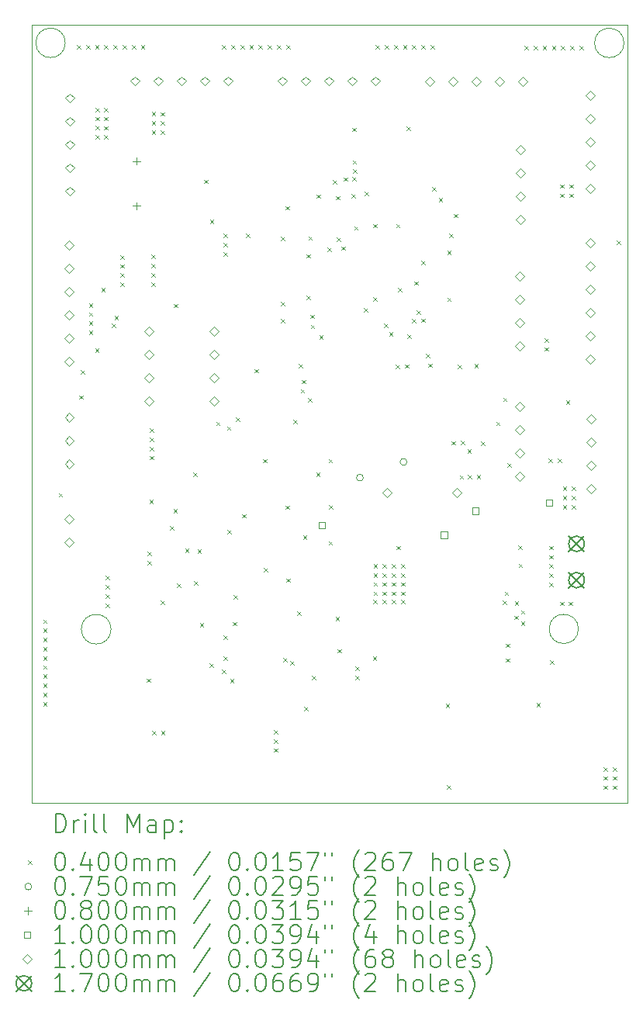
<source format=gbr>
%TF.GenerationSoftware,KiCad,Pcbnew,7.0.5*%
%TF.CreationDate,2023-10-23T19:10:16+07:00*%
%TF.ProjectId,STM32F407VGT6,53544d33-3246-4343-9037-564754362e6b,rev?*%
%TF.SameCoordinates,Original*%
%TF.FileFunction,Drillmap*%
%TF.FilePolarity,Positive*%
%FSLAX45Y45*%
G04 Gerber Fmt 4.5, Leading zero omitted, Abs format (unit mm)*
G04 Created by KiCad (PCBNEW 7.0.5) date 2023-10-23 19:10:16*
%MOMM*%
%LPD*%
G01*
G04 APERTURE LIST*
%ADD10C,0.100000*%
%ADD11C,0.200000*%
%ADD12C,0.040000*%
%ADD13C,0.075000*%
%ADD14C,0.080000*%
%ADD15C,0.170000*%
G04 APERTURE END LIST*
D10*
X12003327Y-5777000D02*
X18503327Y-5777000D01*
X18503327Y-14277000D01*
X12003327Y-14277000D01*
X12003327Y-5777000D01*
X18463506Y-5978000D02*
G75*
G03*
X18463506Y-5978000I-160590J0D01*
G01*
X12864293Y-12377000D02*
G75*
G03*
X12864293Y-12377000I-161966J0D01*
G01*
X12364916Y-5977410D02*
G75*
G03*
X12364916Y-5977410I-160590J0D01*
G01*
X17965653Y-12374000D02*
G75*
G03*
X17965653Y-12374000I-159327J0D01*
G01*
D11*
D12*
X12123000Y-12271000D02*
X12163000Y-12311000D01*
X12163000Y-12271000D02*
X12123000Y-12311000D01*
X12123000Y-12371000D02*
X12163000Y-12411000D01*
X12163000Y-12371000D02*
X12123000Y-12411000D01*
X12123000Y-12471000D02*
X12163000Y-12511000D01*
X12163000Y-12471000D02*
X12123000Y-12511000D01*
X12123000Y-12571000D02*
X12163000Y-12611000D01*
X12163000Y-12571000D02*
X12123000Y-12611000D01*
X12123000Y-12671000D02*
X12163000Y-12711000D01*
X12163000Y-12671000D02*
X12123000Y-12711000D01*
X12123000Y-12771000D02*
X12163000Y-12811000D01*
X12163000Y-12771000D02*
X12123000Y-12811000D01*
X12123000Y-12871000D02*
X12163000Y-12911000D01*
X12163000Y-12871000D02*
X12123000Y-12911000D01*
X12123000Y-12971000D02*
X12163000Y-13011000D01*
X12163000Y-12971000D02*
X12123000Y-13011000D01*
X12123000Y-13071000D02*
X12163000Y-13111000D01*
X12163000Y-13071000D02*
X12123000Y-13111000D01*
X12123000Y-13171000D02*
X12163000Y-13211000D01*
X12163000Y-13171000D02*
X12123000Y-13211000D01*
X12292985Y-10891015D02*
X12332985Y-10931015D01*
X12332985Y-10891015D02*
X12292985Y-10931015D01*
X12491200Y-5999800D02*
X12531200Y-6039800D01*
X12531200Y-5999800D02*
X12491200Y-6039800D01*
X12517960Y-9824610D02*
X12557960Y-9864610D01*
X12557960Y-9824610D02*
X12517960Y-9864610D01*
X12535690Y-9549190D02*
X12575690Y-9589190D01*
X12575690Y-9549190D02*
X12535690Y-9589190D01*
X12591200Y-5999800D02*
X12631200Y-6039800D01*
X12631200Y-5999800D02*
X12591200Y-6039800D01*
X12623000Y-8819000D02*
X12663000Y-8859000D01*
X12663000Y-8819000D02*
X12623000Y-8859000D01*
X12623000Y-8919000D02*
X12663000Y-8959000D01*
X12663000Y-8919000D02*
X12623000Y-8959000D01*
X12623000Y-9019000D02*
X12663000Y-9059000D01*
X12663000Y-9019000D02*
X12623000Y-9059000D01*
X12623000Y-9119000D02*
X12663000Y-9159000D01*
X12663000Y-9119000D02*
X12623000Y-9159000D01*
X12690360Y-9314620D02*
X12730360Y-9354620D01*
X12730360Y-9314620D02*
X12690360Y-9354620D01*
X12691200Y-5999800D02*
X12731200Y-6039800D01*
X12731200Y-5999800D02*
X12691200Y-6039800D01*
X12694000Y-6685000D02*
X12734000Y-6725000D01*
X12734000Y-6685000D02*
X12694000Y-6725000D01*
X12694000Y-6785000D02*
X12734000Y-6825000D01*
X12734000Y-6785000D02*
X12694000Y-6825000D01*
X12694000Y-6885000D02*
X12734000Y-6925000D01*
X12734000Y-6885000D02*
X12694000Y-6925000D01*
X12694000Y-6985000D02*
X12734000Y-7025000D01*
X12734000Y-6985000D02*
X12694000Y-7025000D01*
X12758880Y-8651600D02*
X12798880Y-8691600D01*
X12798880Y-8651600D02*
X12758880Y-8691600D01*
X12790000Y-6686000D02*
X12830000Y-6726000D01*
X12830000Y-6686000D02*
X12790000Y-6726000D01*
X12790000Y-6786000D02*
X12830000Y-6826000D01*
X12830000Y-6786000D02*
X12790000Y-6826000D01*
X12790000Y-6886000D02*
X12830000Y-6926000D01*
X12830000Y-6886000D02*
X12790000Y-6926000D01*
X12790000Y-6986000D02*
X12830000Y-7026000D01*
X12830000Y-6986000D02*
X12790000Y-7026000D01*
X12791200Y-5999800D02*
X12831200Y-6039800D01*
X12831200Y-5999800D02*
X12791200Y-6039800D01*
X12807000Y-11796000D02*
X12847000Y-11836000D01*
X12847000Y-11796000D02*
X12807000Y-11836000D01*
X12807000Y-11896000D02*
X12847000Y-11936000D01*
X12847000Y-11896000D02*
X12807000Y-11936000D01*
X12807000Y-11996000D02*
X12847000Y-12036000D01*
X12847000Y-11996000D02*
X12807000Y-12036000D01*
X12807000Y-12096000D02*
X12847000Y-12136000D01*
X12847000Y-12096000D02*
X12807000Y-12136000D01*
X12874000Y-9043000D02*
X12914000Y-9083000D01*
X12914000Y-9043000D02*
X12874000Y-9083000D01*
X12891200Y-5999800D02*
X12931200Y-6039800D01*
X12931200Y-5999800D02*
X12891200Y-6039800D01*
X12902000Y-8960000D02*
X12942000Y-9000000D01*
X12942000Y-8960000D02*
X12902000Y-9000000D01*
X12963000Y-8294000D02*
X13003000Y-8334000D01*
X13003000Y-8294000D02*
X12963000Y-8334000D01*
X12963000Y-8394000D02*
X13003000Y-8434000D01*
X13003000Y-8394000D02*
X12963000Y-8434000D01*
X12963000Y-8494000D02*
X13003000Y-8534000D01*
X13003000Y-8494000D02*
X12963000Y-8534000D01*
X12963000Y-8594000D02*
X13003000Y-8634000D01*
X13003000Y-8594000D02*
X12963000Y-8634000D01*
X12991200Y-5999800D02*
X13031200Y-6039800D01*
X13031200Y-5999800D02*
X12991200Y-6039800D01*
X13091200Y-5999800D02*
X13131200Y-6039800D01*
X13131200Y-5999800D02*
X13091200Y-6039800D01*
X13191200Y-5999800D02*
X13231200Y-6039800D01*
X13231200Y-5999800D02*
X13191200Y-6039800D01*
X13254210Y-12915770D02*
X13294210Y-12955770D01*
X13294210Y-12915770D02*
X13254210Y-12955770D01*
X13262870Y-11635050D02*
X13302870Y-11675050D01*
X13302870Y-11635050D02*
X13262870Y-11675050D01*
X13262900Y-11532090D02*
X13302900Y-11572090D01*
X13302900Y-11532090D02*
X13262900Y-11572090D01*
X13283000Y-10966000D02*
X13323000Y-11006000D01*
X13323000Y-10966000D02*
X13283000Y-11006000D01*
X13289000Y-10185000D02*
X13329000Y-10225000D01*
X13329000Y-10185000D02*
X13289000Y-10225000D01*
X13289000Y-10285000D02*
X13329000Y-10325000D01*
X13329000Y-10285000D02*
X13289000Y-10325000D01*
X13289000Y-10385000D02*
X13329000Y-10425000D01*
X13329000Y-10385000D02*
X13289000Y-10425000D01*
X13289000Y-10485000D02*
X13329000Y-10525000D01*
X13329000Y-10485000D02*
X13289000Y-10525000D01*
X13304000Y-8291000D02*
X13344000Y-8331000D01*
X13344000Y-8291000D02*
X13304000Y-8331000D01*
X13304000Y-8391000D02*
X13344000Y-8431000D01*
X13344000Y-8391000D02*
X13304000Y-8431000D01*
X13304000Y-8491000D02*
X13344000Y-8531000D01*
X13344000Y-8491000D02*
X13304000Y-8531000D01*
X13304000Y-8591000D02*
X13344000Y-8631000D01*
X13344000Y-8591000D02*
X13304000Y-8631000D01*
X13309000Y-6733000D02*
X13349000Y-6773000D01*
X13349000Y-6733000D02*
X13309000Y-6773000D01*
X13309000Y-6833000D02*
X13349000Y-6873000D01*
X13349000Y-6833000D02*
X13309000Y-6873000D01*
X13309000Y-6933000D02*
X13349000Y-6973000D01*
X13349000Y-6933000D02*
X13309000Y-6973000D01*
X13316000Y-13485000D02*
X13356000Y-13525000D01*
X13356000Y-13485000D02*
X13316000Y-13525000D01*
X13405000Y-6734000D02*
X13445000Y-6774000D01*
X13445000Y-6734000D02*
X13405000Y-6774000D01*
X13405000Y-6834000D02*
X13445000Y-6874000D01*
X13445000Y-6834000D02*
X13405000Y-6874000D01*
X13405000Y-6934000D02*
X13445000Y-6974000D01*
X13445000Y-6934000D02*
X13405000Y-6974000D01*
X13406000Y-12061250D02*
X13446000Y-12101250D01*
X13446000Y-12061250D02*
X13406000Y-12101250D01*
X13410000Y-13488000D02*
X13450000Y-13528000D01*
X13450000Y-13488000D02*
X13410000Y-13528000D01*
X13510000Y-11254000D02*
X13550000Y-11294000D01*
X13550000Y-11254000D02*
X13510000Y-11294000D01*
X13545650Y-11068150D02*
X13585650Y-11108150D01*
X13585650Y-11068150D02*
X13545650Y-11108150D01*
X13553000Y-8826000D02*
X13593000Y-8866000D01*
X13593000Y-8826000D02*
X13553000Y-8866000D01*
X13585560Y-11880250D02*
X13625560Y-11920250D01*
X13625560Y-11880250D02*
X13585560Y-11920250D01*
X13673000Y-11494400D02*
X13713000Y-11534400D01*
X13713000Y-11494400D02*
X13673000Y-11534400D01*
X13763090Y-10665060D02*
X13803090Y-10705060D01*
X13803090Y-10665060D02*
X13763090Y-10705060D01*
X13771060Y-11851250D02*
X13811060Y-11891250D01*
X13811060Y-11851250D02*
X13771060Y-11891250D01*
X13809540Y-11504580D02*
X13849540Y-11544580D01*
X13849540Y-11504580D02*
X13809540Y-11544580D01*
X13833640Y-12312580D02*
X13873640Y-12352580D01*
X13873640Y-12312580D02*
X13833640Y-12352580D01*
X13883000Y-7472000D02*
X13923000Y-7512000D01*
X13923000Y-7472000D02*
X13883000Y-7512000D01*
X13938000Y-12748000D02*
X13978000Y-12788000D01*
X13978000Y-12748000D02*
X13938000Y-12788000D01*
X13945000Y-7909000D02*
X13985000Y-7949000D01*
X13985000Y-7909000D02*
X13945000Y-7949000D01*
X14012380Y-10111760D02*
X14052380Y-10151760D01*
X14052380Y-10111760D02*
X14012380Y-10151760D01*
X14073910Y-12818120D02*
X14113910Y-12858120D01*
X14113910Y-12818120D02*
X14073910Y-12858120D01*
X14076000Y-6005000D02*
X14116000Y-6045000D01*
X14116000Y-6005000D02*
X14076000Y-6045000D01*
X14090000Y-12676000D02*
X14130000Y-12716000D01*
X14130000Y-12676000D02*
X14090000Y-12716000D01*
X14091780Y-12443890D02*
X14131780Y-12483890D01*
X14131780Y-12443890D02*
X14091780Y-12483890D01*
X14093000Y-8060000D02*
X14133000Y-8100000D01*
X14133000Y-8060000D02*
X14093000Y-8100000D01*
X14093000Y-8160000D02*
X14133000Y-8200000D01*
X14133000Y-8160000D02*
X14093000Y-8200000D01*
X14093000Y-8260000D02*
X14133000Y-8300000D01*
X14133000Y-8260000D02*
X14093000Y-8300000D01*
X14130750Y-10163650D02*
X14170750Y-10203650D01*
X14170750Y-10163650D02*
X14130750Y-10203650D01*
X14132350Y-11292600D02*
X14172350Y-11332600D01*
X14172350Y-11292600D02*
X14132350Y-11332600D01*
X14164000Y-12921000D02*
X14204000Y-12961000D01*
X14204000Y-12921000D02*
X14164000Y-12961000D01*
X14176000Y-6005000D02*
X14216000Y-6045000D01*
X14216000Y-6005000D02*
X14176000Y-6045000D01*
X14194130Y-12297330D02*
X14234130Y-12337330D01*
X14234130Y-12297330D02*
X14194130Y-12337330D01*
X14201070Y-12004580D02*
X14241070Y-12044580D01*
X14241070Y-12004580D02*
X14201070Y-12044580D01*
X14225320Y-10069080D02*
X14265320Y-10109080D01*
X14265320Y-10069080D02*
X14225320Y-10109080D01*
X14276000Y-6005000D02*
X14316000Y-6045000D01*
X14316000Y-6005000D02*
X14276000Y-6045000D01*
X14292740Y-11121190D02*
X14332740Y-11161190D01*
X14332740Y-11121190D02*
X14292740Y-11161190D01*
X14337000Y-8062000D02*
X14377000Y-8102000D01*
X14377000Y-8062000D02*
X14337000Y-8102000D01*
X14376000Y-6005000D02*
X14416000Y-6045000D01*
X14416000Y-6005000D02*
X14376000Y-6045000D01*
X14431170Y-9537460D02*
X14471170Y-9577460D01*
X14471170Y-9537460D02*
X14431170Y-9577460D01*
X14476000Y-6005000D02*
X14516000Y-6045000D01*
X14516000Y-6005000D02*
X14476000Y-6045000D01*
X14524160Y-10518500D02*
X14564160Y-10558500D01*
X14564160Y-10518500D02*
X14524160Y-10558500D01*
X14531000Y-11707000D02*
X14571000Y-11747000D01*
X14571000Y-11707000D02*
X14531000Y-11747000D01*
X14576000Y-6005000D02*
X14616000Y-6045000D01*
X14616000Y-6005000D02*
X14576000Y-6045000D01*
X14644000Y-13478000D02*
X14684000Y-13518000D01*
X14684000Y-13478000D02*
X14644000Y-13518000D01*
X14644000Y-13578000D02*
X14684000Y-13618000D01*
X14684000Y-13578000D02*
X14644000Y-13618000D01*
X14644000Y-13678000D02*
X14684000Y-13718000D01*
X14684000Y-13678000D02*
X14644000Y-13718000D01*
X14676000Y-6005000D02*
X14716000Y-6045000D01*
X14716000Y-6005000D02*
X14676000Y-6045000D01*
X14718280Y-8094990D02*
X14758280Y-8134990D01*
X14758280Y-8094990D02*
X14718280Y-8134990D01*
X14718280Y-8804310D02*
X14758280Y-8844310D01*
X14758280Y-8804310D02*
X14718280Y-8844310D01*
X14718290Y-8988720D02*
X14758290Y-9028720D01*
X14758290Y-8988720D02*
X14718290Y-9028720D01*
X14743000Y-12690000D02*
X14783000Y-12730000D01*
X14783000Y-12690000D02*
X14743000Y-12730000D01*
X14771110Y-7758760D02*
X14811110Y-7798760D01*
X14811110Y-7758760D02*
X14771110Y-7798760D01*
X14771300Y-11027510D02*
X14811300Y-11067510D01*
X14811300Y-11027510D02*
X14771300Y-11067510D01*
X14776000Y-6005000D02*
X14816000Y-6045000D01*
X14816000Y-6005000D02*
X14776000Y-6045000D01*
X14777630Y-11823930D02*
X14817630Y-11863930D01*
X14817630Y-11823930D02*
X14777630Y-11863930D01*
X14823000Y-12727000D02*
X14863000Y-12767000D01*
X14863000Y-12727000D02*
X14823000Y-12767000D01*
X14856000Y-10092060D02*
X14896000Y-10132060D01*
X14896000Y-10092060D02*
X14856000Y-10132060D01*
X14898000Y-12183000D02*
X14938000Y-12223000D01*
X14938000Y-12183000D02*
X14898000Y-12223000D01*
X14916000Y-9483000D02*
X14956000Y-9523000D01*
X14956000Y-9483000D02*
X14916000Y-9523000D01*
X14935060Y-9757490D02*
X14975060Y-9797490D01*
X14975060Y-9757490D02*
X14935060Y-9797490D01*
X14949670Y-9656240D02*
X14989670Y-9696240D01*
X14989670Y-9656240D02*
X14949670Y-9696240D01*
X14960960Y-11350330D02*
X15000960Y-11390330D01*
X15000960Y-11350330D02*
X14960960Y-11390330D01*
X14971930Y-13226290D02*
X15011930Y-13266290D01*
X15011930Y-13226290D02*
X14971930Y-13266290D01*
X14998880Y-8284830D02*
X15038880Y-8324830D01*
X15038880Y-8284830D02*
X14998880Y-8324830D01*
X15000130Y-8737130D02*
X15040130Y-8777130D01*
X15040130Y-8737130D02*
X15000130Y-8777130D01*
X15015050Y-9855310D02*
X15055050Y-9895310D01*
X15055050Y-9855310D02*
X15015050Y-9895310D01*
X15020070Y-8089670D02*
X15060070Y-8129670D01*
X15060070Y-8089670D02*
X15020070Y-8129670D01*
X15041000Y-8944000D02*
X15081000Y-8984000D01*
X15081000Y-8944000D02*
X15041000Y-8984000D01*
X15045110Y-9054590D02*
X15085110Y-9094590D01*
X15085110Y-9054590D02*
X15045110Y-9094590D01*
X15056000Y-12885000D02*
X15096000Y-12925000D01*
X15096000Y-12885000D02*
X15056000Y-12925000D01*
X15103810Y-10665060D02*
X15143810Y-10705060D01*
X15143810Y-10665060D02*
X15103810Y-10705060D01*
X15110000Y-7633000D02*
X15150000Y-7673000D01*
X15150000Y-7633000D02*
X15110000Y-7673000D01*
X15137820Y-9166870D02*
X15177820Y-9206870D01*
X15177820Y-9166870D02*
X15137820Y-9206870D01*
X15226000Y-8209600D02*
X15266000Y-8249600D01*
X15266000Y-8209600D02*
X15226000Y-8249600D01*
X15238850Y-10518500D02*
X15278850Y-10558500D01*
X15278850Y-10518500D02*
X15238850Y-10558500D01*
X15239000Y-11417550D02*
X15279000Y-11457550D01*
X15279000Y-11417550D02*
X15239000Y-11457550D01*
X15246000Y-11020530D02*
X15286000Y-11060530D01*
X15286000Y-11020530D02*
X15246000Y-11060530D01*
X15288700Y-7476770D02*
X15328700Y-7516770D01*
X15328700Y-7476770D02*
X15288700Y-7516770D01*
X15315350Y-12244930D02*
X15355350Y-12284930D01*
X15355350Y-12244930D02*
X15315350Y-12284930D01*
X15322000Y-7649000D02*
X15362000Y-7689000D01*
X15362000Y-7649000D02*
X15322000Y-7689000D01*
X15325850Y-8100850D02*
X15365850Y-8140850D01*
X15365850Y-8100850D02*
X15325850Y-8140850D01*
X15336470Y-12594390D02*
X15376470Y-12634390D01*
X15376470Y-12594390D02*
X15336470Y-12634390D01*
X15378430Y-8198140D02*
X15418430Y-8238140D01*
X15418430Y-8198140D02*
X15378430Y-8238140D01*
X15406000Y-7445000D02*
X15446000Y-7485000D01*
X15446000Y-7445000D02*
X15406000Y-7485000D01*
X15491830Y-7628740D02*
X15531830Y-7668740D01*
X15531830Y-7628740D02*
X15491830Y-7668740D01*
X15498000Y-6903000D02*
X15538000Y-6943000D01*
X15538000Y-6903000D02*
X15498000Y-6943000D01*
X15499000Y-7443000D02*
X15539000Y-7483000D01*
X15539000Y-7443000D02*
X15499000Y-7483000D01*
X15502000Y-7260000D02*
X15542000Y-7300000D01*
X15542000Y-7260000D02*
X15502000Y-7300000D01*
X15503000Y-7354000D02*
X15543000Y-7394000D01*
X15543000Y-7354000D02*
X15503000Y-7394000D01*
X15519330Y-7980110D02*
X15559330Y-8020110D01*
X15559330Y-7980110D02*
X15519330Y-8020110D01*
X15531000Y-12784000D02*
X15571000Y-12824000D01*
X15571000Y-12784000D02*
X15531000Y-12824000D01*
X15531000Y-12884000D02*
X15571000Y-12924000D01*
X15571000Y-12884000D02*
X15531000Y-12924000D01*
X15626000Y-8870380D02*
X15666000Y-8910380D01*
X15666000Y-8870380D02*
X15626000Y-8910380D01*
X15634430Y-7602490D02*
X15674430Y-7642490D01*
X15674430Y-7602490D02*
X15634430Y-7642490D01*
X15723010Y-12671610D02*
X15763010Y-12711610D01*
X15763010Y-12671610D02*
X15723010Y-12711610D01*
X15724870Y-7953650D02*
X15764870Y-7993650D01*
X15764870Y-7953650D02*
X15724870Y-7993650D01*
X15727490Y-8754190D02*
X15767490Y-8794190D01*
X15767490Y-8754190D02*
X15727490Y-8794190D01*
X15729000Y-12058000D02*
X15769000Y-12098000D01*
X15769000Y-12058000D02*
X15729000Y-12098000D01*
X15730000Y-11666000D02*
X15770000Y-11706000D01*
X15770000Y-11666000D02*
X15730000Y-11706000D01*
X15730000Y-11766000D02*
X15770000Y-11806000D01*
X15770000Y-11766000D02*
X15730000Y-11806000D01*
X15730000Y-11866000D02*
X15770000Y-11906000D01*
X15770000Y-11866000D02*
X15730000Y-11906000D01*
X15730000Y-11966000D02*
X15770000Y-12006000D01*
X15770000Y-11966000D02*
X15730000Y-12006000D01*
X15751800Y-5999800D02*
X15791800Y-6039800D01*
X15791800Y-5999800D02*
X15751800Y-6039800D01*
X15829000Y-12058000D02*
X15869000Y-12098000D01*
X15869000Y-12058000D02*
X15829000Y-12098000D01*
X15830000Y-11666000D02*
X15870000Y-11706000D01*
X15870000Y-11666000D02*
X15830000Y-11706000D01*
X15830000Y-11766000D02*
X15870000Y-11806000D01*
X15870000Y-11766000D02*
X15830000Y-11806000D01*
X15830000Y-11866000D02*
X15870000Y-11906000D01*
X15870000Y-11866000D02*
X15830000Y-11906000D01*
X15830000Y-11966000D02*
X15870000Y-12006000D01*
X15870000Y-11966000D02*
X15830000Y-12006000D01*
X15847100Y-9042850D02*
X15887100Y-9082850D01*
X15887100Y-9042850D02*
X15847100Y-9082850D01*
X15851800Y-5999800D02*
X15891800Y-6039800D01*
X15891800Y-5999800D02*
X15851800Y-6039800D01*
X15900750Y-9137850D02*
X15940750Y-9177850D01*
X15940750Y-9137850D02*
X15900750Y-9177850D01*
X15929000Y-12058000D02*
X15969000Y-12098000D01*
X15969000Y-12058000D02*
X15929000Y-12098000D01*
X15930000Y-11666000D02*
X15970000Y-11706000D01*
X15970000Y-11666000D02*
X15930000Y-11706000D01*
X15930000Y-11766000D02*
X15970000Y-11806000D01*
X15970000Y-11766000D02*
X15930000Y-11806000D01*
X15930000Y-11866000D02*
X15970000Y-11906000D01*
X15970000Y-11866000D02*
X15930000Y-11906000D01*
X15930000Y-11966000D02*
X15970000Y-12006000D01*
X15970000Y-11966000D02*
X15930000Y-12006000D01*
X15951800Y-5999800D02*
X15991800Y-6039800D01*
X15991800Y-5999800D02*
X15951800Y-6039800D01*
X15974750Y-9487530D02*
X16014750Y-9527530D01*
X16014750Y-9487530D02*
X15974750Y-9527530D01*
X15976000Y-7953800D02*
X16016000Y-7993800D01*
X16016000Y-7953800D02*
X15976000Y-7993800D01*
X15981000Y-11467050D02*
X16021000Y-11507050D01*
X16021000Y-11467050D02*
X15981000Y-11507050D01*
X15995210Y-8654350D02*
X16035210Y-8694350D01*
X16035210Y-8654350D02*
X15995210Y-8694350D01*
X16029000Y-12058000D02*
X16069000Y-12098000D01*
X16069000Y-12058000D02*
X16029000Y-12098000D01*
X16030000Y-11666000D02*
X16070000Y-11706000D01*
X16070000Y-11666000D02*
X16030000Y-11706000D01*
X16030000Y-11766000D02*
X16070000Y-11806000D01*
X16070000Y-11766000D02*
X16030000Y-11806000D01*
X16030000Y-11866000D02*
X16070000Y-11906000D01*
X16070000Y-11866000D02*
X16030000Y-11906000D01*
X16030000Y-11966000D02*
X16070000Y-12006000D01*
X16070000Y-11966000D02*
X16030000Y-12006000D01*
X16051800Y-5999800D02*
X16091800Y-6039800D01*
X16091800Y-5999800D02*
X16051800Y-6039800D01*
X16076000Y-9485550D02*
X16116000Y-9525550D01*
X16116000Y-9485550D02*
X16076000Y-9525550D01*
X16092440Y-6889970D02*
X16132440Y-6929970D01*
X16132440Y-6889970D02*
X16092440Y-6929970D01*
X16096010Y-9162440D02*
X16136010Y-9202440D01*
X16136010Y-9162440D02*
X16096010Y-9202440D01*
X16150100Y-8990410D02*
X16190100Y-9030410D01*
X16190100Y-8990410D02*
X16150100Y-9030410D01*
X16151800Y-5999800D02*
X16191800Y-6039800D01*
X16191800Y-5999800D02*
X16151800Y-6039800D01*
X16176920Y-8580000D02*
X16216920Y-8620000D01*
X16216920Y-8580000D02*
X16176920Y-8620000D01*
X16202320Y-8895030D02*
X16242320Y-8935030D01*
X16242320Y-8895030D02*
X16202320Y-8935030D01*
X16251800Y-5999800D02*
X16291800Y-6039800D01*
X16291800Y-5999800D02*
X16251800Y-6039800D01*
X16252860Y-8355530D02*
X16292860Y-8395530D01*
X16292860Y-8355530D02*
X16252860Y-8395530D01*
X16252860Y-8985970D02*
X16292860Y-9025970D01*
X16292860Y-8985970D02*
X16252860Y-9025970D01*
X16303400Y-9372840D02*
X16343400Y-9412840D01*
X16343400Y-9372840D02*
X16303400Y-9412840D01*
X16328790Y-9476650D02*
X16368790Y-9516650D01*
X16368790Y-9476650D02*
X16328790Y-9516650D01*
X16351800Y-5999800D02*
X16391800Y-6039800D01*
X16391800Y-5999800D02*
X16351800Y-6039800D01*
X16367660Y-7548990D02*
X16407660Y-7588990D01*
X16407660Y-7548990D02*
X16367660Y-7588990D01*
X16441470Y-7668230D02*
X16481470Y-7708230D01*
X16481470Y-7668230D02*
X16441470Y-7708230D01*
X16516870Y-13189930D02*
X16556870Y-13229930D01*
X16556870Y-13189930D02*
X16516870Y-13229930D01*
X16531120Y-14080550D02*
X16571120Y-14120550D01*
X16571120Y-14080550D02*
X16531120Y-14120550D01*
X16533620Y-8758000D02*
X16573620Y-8798000D01*
X16573620Y-8758000D02*
X16533620Y-8798000D01*
X16534480Y-8243750D02*
X16574480Y-8283750D01*
X16574480Y-8243750D02*
X16534480Y-8283750D01*
X16555450Y-8061550D02*
X16595450Y-8101550D01*
X16595450Y-8061550D02*
X16555450Y-8101550D01*
X16580730Y-10323730D02*
X16620730Y-10363730D01*
X16620730Y-10323730D02*
X16580730Y-10363730D01*
X16609000Y-7844000D02*
X16649000Y-7884000D01*
X16649000Y-7844000D02*
X16609000Y-7884000D01*
X16651190Y-9488860D02*
X16691190Y-9528860D01*
X16691190Y-9488860D02*
X16651190Y-9528860D01*
X16670000Y-10696000D02*
X16710000Y-10736000D01*
X16710000Y-10696000D02*
X16670000Y-10736000D01*
X16680677Y-10322916D02*
X16720677Y-10362916D01*
X16720677Y-10322916D02*
X16680677Y-10362916D01*
X16755000Y-10415000D02*
X16795000Y-10455000D01*
X16795000Y-10415000D02*
X16755000Y-10455000D01*
X16761000Y-10690000D02*
X16801000Y-10730000D01*
X16801000Y-10690000D02*
X16761000Y-10730000D01*
X16831150Y-9480890D02*
X16871150Y-9520890D01*
X16871150Y-9480890D02*
X16831150Y-9520890D01*
X16856000Y-10692000D02*
X16896000Y-10732000D01*
X16896000Y-10692000D02*
X16856000Y-10732000D01*
X16903660Y-10326410D02*
X16943660Y-10366410D01*
X16943660Y-10326410D02*
X16903660Y-10366410D01*
X17067900Y-10112930D02*
X17107900Y-10152930D01*
X17107900Y-10112930D02*
X17067900Y-10152930D01*
X17142000Y-12066000D02*
X17182000Y-12106000D01*
X17182000Y-12066000D02*
X17142000Y-12106000D01*
X17143470Y-9849920D02*
X17183470Y-9889920D01*
X17183470Y-9849920D02*
X17143470Y-9889920D01*
X17161000Y-11968000D02*
X17201000Y-12008000D01*
X17201000Y-11968000D02*
X17161000Y-12008000D01*
X17172000Y-12535000D02*
X17212000Y-12575000D01*
X17212000Y-12535000D02*
X17172000Y-12575000D01*
X17175000Y-12695000D02*
X17215000Y-12735000D01*
X17215000Y-12695000D02*
X17175000Y-12735000D01*
X17189000Y-10564000D02*
X17229000Y-10604000D01*
X17229000Y-10564000D02*
X17189000Y-10604000D01*
X17268000Y-12229000D02*
X17308000Y-12269000D01*
X17308000Y-12229000D02*
X17268000Y-12269000D01*
X17272500Y-12071500D02*
X17312500Y-12111500D01*
X17312500Y-12071500D02*
X17272500Y-12111500D01*
X17312000Y-11461000D02*
X17352000Y-11501000D01*
X17352000Y-11461000D02*
X17312000Y-11501000D01*
X17314000Y-11662000D02*
X17354000Y-11702000D01*
X17354000Y-11662000D02*
X17314000Y-11702000D01*
X17340000Y-12169000D02*
X17380000Y-12209000D01*
X17380000Y-12169000D02*
X17340000Y-12209000D01*
X17340000Y-12291000D02*
X17380000Y-12331000D01*
X17380000Y-12291000D02*
X17340000Y-12331000D01*
X17377000Y-6011000D02*
X17417000Y-6051000D01*
X17417000Y-6011000D02*
X17377000Y-6051000D01*
X17477000Y-6011000D02*
X17517000Y-6051000D01*
X17517000Y-6011000D02*
X17477000Y-6051000D01*
X17508870Y-13183640D02*
X17548870Y-13223640D01*
X17548870Y-13183640D02*
X17508870Y-13223640D01*
X17577000Y-6011000D02*
X17617000Y-6051000D01*
X17617000Y-6011000D02*
X17577000Y-6051000D01*
X17596000Y-9201000D02*
X17636000Y-9241000D01*
X17636000Y-9201000D02*
X17596000Y-9241000D01*
X17596000Y-9301000D02*
X17636000Y-9341000D01*
X17636000Y-9301000D02*
X17596000Y-9341000D01*
X17640000Y-10517000D02*
X17680000Y-10557000D01*
X17680000Y-10517000D02*
X17640000Y-10557000D01*
X17647000Y-11468000D02*
X17687000Y-11508000D01*
X17687000Y-11468000D02*
X17647000Y-11508000D01*
X17647000Y-11568000D02*
X17687000Y-11608000D01*
X17687000Y-11568000D02*
X17647000Y-11608000D01*
X17647000Y-11668000D02*
X17687000Y-11708000D01*
X17687000Y-11668000D02*
X17647000Y-11708000D01*
X17647000Y-11768000D02*
X17687000Y-11808000D01*
X17687000Y-11768000D02*
X17647000Y-11808000D01*
X17647000Y-11868000D02*
X17687000Y-11908000D01*
X17687000Y-11868000D02*
X17647000Y-11908000D01*
X17657730Y-12719270D02*
X17697730Y-12759270D01*
X17697730Y-12719270D02*
X17657730Y-12759270D01*
X17677000Y-6011000D02*
X17717000Y-6051000D01*
X17717000Y-6011000D02*
X17677000Y-6051000D01*
X17740000Y-10517000D02*
X17780000Y-10557000D01*
X17780000Y-10517000D02*
X17740000Y-10557000D01*
X17767000Y-7523000D02*
X17807000Y-7563000D01*
X17807000Y-7523000D02*
X17767000Y-7563000D01*
X17767000Y-7623000D02*
X17807000Y-7663000D01*
X17807000Y-7623000D02*
X17767000Y-7663000D01*
X17769000Y-12076000D02*
X17809000Y-12116000D01*
X17809000Y-12076000D02*
X17769000Y-12116000D01*
X17777000Y-6011000D02*
X17817000Y-6051000D01*
X17817000Y-6011000D02*
X17777000Y-6051000D01*
X17796000Y-10821000D02*
X17836000Y-10861000D01*
X17836000Y-10821000D02*
X17796000Y-10861000D01*
X17796000Y-10921000D02*
X17836000Y-10961000D01*
X17836000Y-10921000D02*
X17796000Y-10961000D01*
X17796000Y-11021000D02*
X17836000Y-11061000D01*
X17836000Y-11021000D02*
X17796000Y-11061000D01*
X17830970Y-9880750D02*
X17870970Y-9920750D01*
X17870970Y-9880750D02*
X17830970Y-9920750D01*
X17858000Y-12076000D02*
X17898000Y-12116000D01*
X17898000Y-12076000D02*
X17858000Y-12116000D01*
X17867000Y-7523000D02*
X17907000Y-7563000D01*
X17907000Y-7523000D02*
X17867000Y-7563000D01*
X17867000Y-7623000D02*
X17907000Y-7663000D01*
X17907000Y-7623000D02*
X17867000Y-7663000D01*
X17877000Y-6011000D02*
X17917000Y-6051000D01*
X17917000Y-6011000D02*
X17877000Y-6051000D01*
X17896000Y-10821000D02*
X17936000Y-10861000D01*
X17936000Y-10821000D02*
X17896000Y-10861000D01*
X17896000Y-10921000D02*
X17936000Y-10961000D01*
X17936000Y-10921000D02*
X17896000Y-10961000D01*
X17896000Y-11021000D02*
X17936000Y-11061000D01*
X17936000Y-11021000D02*
X17896000Y-11061000D01*
X17977000Y-6011000D02*
X18017000Y-6051000D01*
X18017000Y-6011000D02*
X17977000Y-6051000D01*
X18241000Y-13883000D02*
X18281000Y-13923000D01*
X18281000Y-13883000D02*
X18241000Y-13923000D01*
X18241000Y-13983000D02*
X18281000Y-14023000D01*
X18281000Y-13983000D02*
X18241000Y-14023000D01*
X18241000Y-14083000D02*
X18281000Y-14123000D01*
X18281000Y-14083000D02*
X18241000Y-14123000D01*
X18341000Y-13883000D02*
X18381000Y-13923000D01*
X18381000Y-13883000D02*
X18341000Y-13923000D01*
X18341000Y-13983000D02*
X18381000Y-14023000D01*
X18381000Y-13983000D02*
X18341000Y-14023000D01*
X18341000Y-14083000D02*
X18381000Y-14123000D01*
X18381000Y-14083000D02*
X18341000Y-14123000D01*
X18383480Y-8138000D02*
X18423480Y-8178000D01*
X18423480Y-8138000D02*
X18383480Y-8178000D01*
D13*
X15618500Y-10723000D02*
G75*
G03*
X15618500Y-10723000I-37500J0D01*
G01*
X16095500Y-10551000D02*
G75*
G03*
X16095500Y-10551000I-37500J0D01*
G01*
D14*
X13144000Y-7227750D02*
X13144000Y-7307750D01*
X13104000Y-7267750D02*
X13184000Y-7267750D01*
X13144000Y-7715750D02*
X13144000Y-7795750D01*
X13104000Y-7755750D02*
X13184000Y-7755750D01*
D10*
X15203356Y-11276356D02*
X15203356Y-11205644D01*
X15132644Y-11205644D01*
X15132644Y-11276356D01*
X15203356Y-11276356D01*
X16536356Y-11382356D02*
X16536356Y-11311644D01*
X16465644Y-11311644D01*
X16465644Y-11382356D01*
X16536356Y-11382356D01*
X16880356Y-11120356D02*
X16880356Y-11049644D01*
X16809644Y-11049644D01*
X16809644Y-11120356D01*
X16880356Y-11120356D01*
X17684356Y-11031356D02*
X17684356Y-10960644D01*
X17613644Y-10960644D01*
X17613644Y-11031356D01*
X17684356Y-11031356D01*
X12406000Y-8234000D02*
X12456000Y-8184000D01*
X12406000Y-8134000D01*
X12356000Y-8184000D01*
X12406000Y-8234000D01*
X12406000Y-8488000D02*
X12456000Y-8438000D01*
X12406000Y-8388000D01*
X12356000Y-8438000D01*
X12406000Y-8488000D01*
X12406000Y-8742000D02*
X12456000Y-8692000D01*
X12406000Y-8642000D01*
X12356000Y-8692000D01*
X12406000Y-8742000D01*
X12406000Y-8996000D02*
X12456000Y-8946000D01*
X12406000Y-8896000D01*
X12356000Y-8946000D01*
X12406000Y-8996000D01*
X12406000Y-9250000D02*
X12456000Y-9200000D01*
X12406000Y-9150000D01*
X12356000Y-9200000D01*
X12406000Y-9250000D01*
X12406000Y-9504000D02*
X12456000Y-9454000D01*
X12406000Y-9404000D01*
X12356000Y-9454000D01*
X12406000Y-9504000D01*
X12408000Y-11223000D02*
X12458000Y-11173000D01*
X12408000Y-11123000D01*
X12358000Y-11173000D01*
X12408000Y-11223000D01*
X12408000Y-11477000D02*
X12458000Y-11427000D01*
X12408000Y-11377000D01*
X12358000Y-11427000D01*
X12408000Y-11477000D01*
X12410000Y-10118000D02*
X12460000Y-10068000D01*
X12410000Y-10018000D01*
X12360000Y-10068000D01*
X12410000Y-10118000D01*
X12410000Y-10372000D02*
X12460000Y-10322000D01*
X12410000Y-10272000D01*
X12360000Y-10322000D01*
X12410000Y-10372000D01*
X12410000Y-10626000D02*
X12460000Y-10576000D01*
X12410000Y-10526000D01*
X12360000Y-10576000D01*
X12410000Y-10626000D01*
X12415550Y-6630250D02*
X12465550Y-6580250D01*
X12415550Y-6530250D01*
X12365550Y-6580250D01*
X12415550Y-6630250D01*
X12415550Y-6884250D02*
X12465550Y-6834250D01*
X12415550Y-6784250D01*
X12365550Y-6834250D01*
X12415550Y-6884250D01*
X12415550Y-7138250D02*
X12465550Y-7088250D01*
X12415550Y-7038250D01*
X12365550Y-7088250D01*
X12415550Y-7138250D01*
X12415550Y-7392250D02*
X12465550Y-7342250D01*
X12415550Y-7292250D01*
X12365550Y-7342250D01*
X12415550Y-7392250D01*
X12415550Y-7646250D02*
X12465550Y-7596250D01*
X12415550Y-7546250D01*
X12365550Y-7596250D01*
X12415550Y-7646250D01*
X13123000Y-6444000D02*
X13173000Y-6394000D01*
X13123000Y-6344000D01*
X13073000Y-6394000D01*
X13123000Y-6444000D01*
X13281000Y-9175000D02*
X13331000Y-9125000D01*
X13281000Y-9075000D01*
X13231000Y-9125000D01*
X13281000Y-9175000D01*
X13281000Y-9429000D02*
X13331000Y-9379000D01*
X13281000Y-9329000D01*
X13231000Y-9379000D01*
X13281000Y-9429000D01*
X13281000Y-9683000D02*
X13331000Y-9633000D01*
X13281000Y-9583000D01*
X13231000Y-9633000D01*
X13281000Y-9683000D01*
X13281000Y-9937000D02*
X13331000Y-9887000D01*
X13281000Y-9837000D01*
X13231000Y-9887000D01*
X13281000Y-9937000D01*
X13377000Y-6444000D02*
X13427000Y-6394000D01*
X13377000Y-6344000D01*
X13327000Y-6394000D01*
X13377000Y-6444000D01*
X13631000Y-6444000D02*
X13681000Y-6394000D01*
X13631000Y-6344000D01*
X13581000Y-6394000D01*
X13631000Y-6444000D01*
X13885000Y-6444000D02*
X13935000Y-6394000D01*
X13885000Y-6344000D01*
X13835000Y-6394000D01*
X13885000Y-6444000D01*
X13987900Y-9175000D02*
X14037900Y-9125000D01*
X13987900Y-9075000D01*
X13937900Y-9125000D01*
X13987900Y-9175000D01*
X13987900Y-9429000D02*
X14037900Y-9379000D01*
X13987900Y-9329000D01*
X13937900Y-9379000D01*
X13987900Y-9429000D01*
X13987900Y-9683000D02*
X14037900Y-9633000D01*
X13987900Y-9583000D01*
X13937900Y-9633000D01*
X13987900Y-9683000D01*
X13987900Y-9937000D02*
X14037900Y-9887000D01*
X13987900Y-9837000D01*
X13937900Y-9887000D01*
X13987900Y-9937000D01*
X14139000Y-6444000D02*
X14189000Y-6394000D01*
X14139000Y-6344000D01*
X14089000Y-6394000D01*
X14139000Y-6444000D01*
X14735000Y-6444000D02*
X14785000Y-6394000D01*
X14735000Y-6344000D01*
X14685000Y-6394000D01*
X14735000Y-6444000D01*
X14989000Y-6444000D02*
X15039000Y-6394000D01*
X14989000Y-6344000D01*
X14939000Y-6394000D01*
X14989000Y-6444000D01*
X15243000Y-6444000D02*
X15293000Y-6394000D01*
X15243000Y-6344000D01*
X15193000Y-6394000D01*
X15243000Y-6444000D01*
X15497000Y-6444000D02*
X15547000Y-6394000D01*
X15497000Y-6344000D01*
X15447000Y-6394000D01*
X15497000Y-6444000D01*
X15751000Y-6444000D02*
X15801000Y-6394000D01*
X15751000Y-6344000D01*
X15701000Y-6394000D01*
X15751000Y-6444000D01*
X15878600Y-10935600D02*
X15928600Y-10885600D01*
X15878600Y-10835600D01*
X15828600Y-10885600D01*
X15878600Y-10935600D01*
X16340000Y-6449000D02*
X16390000Y-6399000D01*
X16340000Y-6349000D01*
X16290000Y-6399000D01*
X16340000Y-6449000D01*
X16594000Y-6449000D02*
X16644000Y-6399000D01*
X16594000Y-6349000D01*
X16544000Y-6399000D01*
X16594000Y-6449000D01*
X16638600Y-10935600D02*
X16688600Y-10885600D01*
X16638600Y-10835600D01*
X16588600Y-10885600D01*
X16638600Y-10935600D01*
X16848000Y-6449000D02*
X16898000Y-6399000D01*
X16848000Y-6349000D01*
X16798000Y-6399000D01*
X16848000Y-6449000D01*
X17102000Y-6449000D02*
X17152000Y-6399000D01*
X17102000Y-6349000D01*
X17052000Y-6399000D01*
X17102000Y-6449000D01*
X17323000Y-8574000D02*
X17373000Y-8524000D01*
X17323000Y-8474000D01*
X17273000Y-8524000D01*
X17323000Y-8574000D01*
X17323000Y-8828000D02*
X17373000Y-8778000D01*
X17323000Y-8728000D01*
X17273000Y-8778000D01*
X17323000Y-8828000D01*
X17323000Y-9082000D02*
X17373000Y-9032000D01*
X17323000Y-8982000D01*
X17273000Y-9032000D01*
X17323000Y-9082000D01*
X17323000Y-9336000D02*
X17373000Y-9286000D01*
X17323000Y-9236000D01*
X17273000Y-9286000D01*
X17323000Y-9336000D01*
X17323000Y-9994000D02*
X17373000Y-9944000D01*
X17323000Y-9894000D01*
X17273000Y-9944000D01*
X17323000Y-9994000D01*
X17323000Y-10248000D02*
X17373000Y-10198000D01*
X17323000Y-10148000D01*
X17273000Y-10198000D01*
X17323000Y-10248000D01*
X17323000Y-10502000D02*
X17373000Y-10452000D01*
X17323000Y-10402000D01*
X17273000Y-10452000D01*
X17323000Y-10502000D01*
X17323000Y-10756000D02*
X17373000Y-10706000D01*
X17323000Y-10656000D01*
X17273000Y-10706000D01*
X17323000Y-10756000D01*
X17334000Y-7192000D02*
X17384000Y-7142000D01*
X17334000Y-7092000D01*
X17284000Y-7142000D01*
X17334000Y-7192000D01*
X17334000Y-7446000D02*
X17384000Y-7396000D01*
X17334000Y-7346000D01*
X17284000Y-7396000D01*
X17334000Y-7446000D01*
X17334000Y-7700000D02*
X17384000Y-7650000D01*
X17334000Y-7600000D01*
X17284000Y-7650000D01*
X17334000Y-7700000D01*
X17334000Y-7954000D02*
X17384000Y-7904000D01*
X17334000Y-7854000D01*
X17284000Y-7904000D01*
X17334000Y-7954000D01*
X17356000Y-6449000D02*
X17406000Y-6399000D01*
X17356000Y-6349000D01*
X17306000Y-6399000D01*
X17356000Y-6449000D01*
X18093920Y-6601000D02*
X18143920Y-6551000D01*
X18093920Y-6501000D01*
X18043920Y-6551000D01*
X18093920Y-6601000D01*
X18093920Y-6855000D02*
X18143920Y-6805000D01*
X18093920Y-6755000D01*
X18043920Y-6805000D01*
X18093920Y-6855000D01*
X18093920Y-7109000D02*
X18143920Y-7059000D01*
X18093920Y-7009000D01*
X18043920Y-7059000D01*
X18093920Y-7109000D01*
X18093920Y-7363000D02*
X18143920Y-7313000D01*
X18093920Y-7263000D01*
X18043920Y-7313000D01*
X18093920Y-7363000D01*
X18093920Y-7617000D02*
X18143920Y-7567000D01*
X18093920Y-7517000D01*
X18043920Y-7567000D01*
X18093920Y-7617000D01*
X18097920Y-8208000D02*
X18147920Y-8158000D01*
X18097920Y-8108000D01*
X18047920Y-8158000D01*
X18097920Y-8208000D01*
X18097920Y-8462000D02*
X18147920Y-8412000D01*
X18097920Y-8362000D01*
X18047920Y-8412000D01*
X18097920Y-8462000D01*
X18097920Y-8716000D02*
X18147920Y-8666000D01*
X18097920Y-8616000D01*
X18047920Y-8666000D01*
X18097920Y-8716000D01*
X18097920Y-8970000D02*
X18147920Y-8920000D01*
X18097920Y-8870000D01*
X18047920Y-8920000D01*
X18097920Y-8970000D01*
X18097920Y-9224000D02*
X18147920Y-9174000D01*
X18097920Y-9124000D01*
X18047920Y-9174000D01*
X18097920Y-9224000D01*
X18097920Y-9478000D02*
X18147920Y-9428000D01*
X18097920Y-9378000D01*
X18047920Y-9428000D01*
X18097920Y-9478000D01*
X18104000Y-10134000D02*
X18154000Y-10084000D01*
X18104000Y-10034000D01*
X18054000Y-10084000D01*
X18104000Y-10134000D01*
X18104000Y-10388000D02*
X18154000Y-10338000D01*
X18104000Y-10288000D01*
X18054000Y-10338000D01*
X18104000Y-10388000D01*
X18104000Y-10642000D02*
X18154000Y-10592000D01*
X18104000Y-10542000D01*
X18054000Y-10592000D01*
X18104000Y-10642000D01*
X18104000Y-10896000D02*
X18154000Y-10846000D01*
X18104000Y-10796000D01*
X18054000Y-10846000D01*
X18104000Y-10896000D01*
D15*
X17861000Y-11360250D02*
X18031000Y-11530250D01*
X18031000Y-11360250D02*
X17861000Y-11530250D01*
X18031000Y-11445250D02*
G75*
G03*
X18031000Y-11445250I-85000J0D01*
G01*
X17861000Y-11756250D02*
X18031000Y-11926250D01*
X18031000Y-11756250D02*
X17861000Y-11926250D01*
X18031000Y-11841250D02*
G75*
G03*
X18031000Y-11841250I-85000J0D01*
G01*
D11*
X12259103Y-14593484D02*
X12259103Y-14393484D01*
X12259103Y-14393484D02*
X12306722Y-14393484D01*
X12306722Y-14393484D02*
X12335294Y-14403008D01*
X12335294Y-14403008D02*
X12354342Y-14422055D01*
X12354342Y-14422055D02*
X12363865Y-14441103D01*
X12363865Y-14441103D02*
X12373389Y-14479198D01*
X12373389Y-14479198D02*
X12373389Y-14507769D01*
X12373389Y-14507769D02*
X12363865Y-14545865D01*
X12363865Y-14545865D02*
X12354342Y-14564912D01*
X12354342Y-14564912D02*
X12335294Y-14583960D01*
X12335294Y-14583960D02*
X12306722Y-14593484D01*
X12306722Y-14593484D02*
X12259103Y-14593484D01*
X12459103Y-14593484D02*
X12459103Y-14460150D01*
X12459103Y-14498246D02*
X12468627Y-14479198D01*
X12468627Y-14479198D02*
X12478151Y-14469674D01*
X12478151Y-14469674D02*
X12497199Y-14460150D01*
X12497199Y-14460150D02*
X12516246Y-14460150D01*
X12582913Y-14593484D02*
X12582913Y-14460150D01*
X12582913Y-14393484D02*
X12573389Y-14403008D01*
X12573389Y-14403008D02*
X12582913Y-14412531D01*
X12582913Y-14412531D02*
X12592437Y-14403008D01*
X12592437Y-14403008D02*
X12582913Y-14393484D01*
X12582913Y-14393484D02*
X12582913Y-14412531D01*
X12706722Y-14593484D02*
X12687675Y-14583960D01*
X12687675Y-14583960D02*
X12678151Y-14564912D01*
X12678151Y-14564912D02*
X12678151Y-14393484D01*
X12811484Y-14593484D02*
X12792437Y-14583960D01*
X12792437Y-14583960D02*
X12782913Y-14564912D01*
X12782913Y-14564912D02*
X12782913Y-14393484D01*
X13040056Y-14593484D02*
X13040056Y-14393484D01*
X13040056Y-14393484D02*
X13106723Y-14536341D01*
X13106723Y-14536341D02*
X13173389Y-14393484D01*
X13173389Y-14393484D02*
X13173389Y-14593484D01*
X13354342Y-14593484D02*
X13354342Y-14488722D01*
X13354342Y-14488722D02*
X13344818Y-14469674D01*
X13344818Y-14469674D02*
X13325770Y-14460150D01*
X13325770Y-14460150D02*
X13287675Y-14460150D01*
X13287675Y-14460150D02*
X13268627Y-14469674D01*
X13354342Y-14583960D02*
X13335294Y-14593484D01*
X13335294Y-14593484D02*
X13287675Y-14593484D01*
X13287675Y-14593484D02*
X13268627Y-14583960D01*
X13268627Y-14583960D02*
X13259103Y-14564912D01*
X13259103Y-14564912D02*
X13259103Y-14545865D01*
X13259103Y-14545865D02*
X13268627Y-14526817D01*
X13268627Y-14526817D02*
X13287675Y-14517293D01*
X13287675Y-14517293D02*
X13335294Y-14517293D01*
X13335294Y-14517293D02*
X13354342Y-14507769D01*
X13449580Y-14460150D02*
X13449580Y-14660150D01*
X13449580Y-14469674D02*
X13468627Y-14460150D01*
X13468627Y-14460150D02*
X13506723Y-14460150D01*
X13506723Y-14460150D02*
X13525770Y-14469674D01*
X13525770Y-14469674D02*
X13535294Y-14479198D01*
X13535294Y-14479198D02*
X13544818Y-14498246D01*
X13544818Y-14498246D02*
X13544818Y-14555388D01*
X13544818Y-14555388D02*
X13535294Y-14574436D01*
X13535294Y-14574436D02*
X13525770Y-14583960D01*
X13525770Y-14583960D02*
X13506723Y-14593484D01*
X13506723Y-14593484D02*
X13468627Y-14593484D01*
X13468627Y-14593484D02*
X13449580Y-14583960D01*
X13630532Y-14574436D02*
X13640056Y-14583960D01*
X13640056Y-14583960D02*
X13630532Y-14593484D01*
X13630532Y-14593484D02*
X13621008Y-14583960D01*
X13621008Y-14583960D02*
X13630532Y-14574436D01*
X13630532Y-14574436D02*
X13630532Y-14593484D01*
X13630532Y-14469674D02*
X13640056Y-14479198D01*
X13640056Y-14479198D02*
X13630532Y-14488722D01*
X13630532Y-14488722D02*
X13621008Y-14479198D01*
X13621008Y-14479198D02*
X13630532Y-14469674D01*
X13630532Y-14469674D02*
X13630532Y-14488722D01*
D12*
X11958327Y-14902000D02*
X11998327Y-14942000D01*
X11998327Y-14902000D02*
X11958327Y-14942000D01*
D11*
X12297199Y-14813484D02*
X12316246Y-14813484D01*
X12316246Y-14813484D02*
X12335294Y-14823008D01*
X12335294Y-14823008D02*
X12344818Y-14832531D01*
X12344818Y-14832531D02*
X12354342Y-14851579D01*
X12354342Y-14851579D02*
X12363865Y-14889674D01*
X12363865Y-14889674D02*
X12363865Y-14937293D01*
X12363865Y-14937293D02*
X12354342Y-14975388D01*
X12354342Y-14975388D02*
X12344818Y-14994436D01*
X12344818Y-14994436D02*
X12335294Y-15003960D01*
X12335294Y-15003960D02*
X12316246Y-15013484D01*
X12316246Y-15013484D02*
X12297199Y-15013484D01*
X12297199Y-15013484D02*
X12278151Y-15003960D01*
X12278151Y-15003960D02*
X12268627Y-14994436D01*
X12268627Y-14994436D02*
X12259103Y-14975388D01*
X12259103Y-14975388D02*
X12249580Y-14937293D01*
X12249580Y-14937293D02*
X12249580Y-14889674D01*
X12249580Y-14889674D02*
X12259103Y-14851579D01*
X12259103Y-14851579D02*
X12268627Y-14832531D01*
X12268627Y-14832531D02*
X12278151Y-14823008D01*
X12278151Y-14823008D02*
X12297199Y-14813484D01*
X12449580Y-14994436D02*
X12459103Y-15003960D01*
X12459103Y-15003960D02*
X12449580Y-15013484D01*
X12449580Y-15013484D02*
X12440056Y-15003960D01*
X12440056Y-15003960D02*
X12449580Y-14994436D01*
X12449580Y-14994436D02*
X12449580Y-15013484D01*
X12630532Y-14880150D02*
X12630532Y-15013484D01*
X12582913Y-14803960D02*
X12535294Y-14946817D01*
X12535294Y-14946817D02*
X12659103Y-14946817D01*
X12773389Y-14813484D02*
X12792437Y-14813484D01*
X12792437Y-14813484D02*
X12811484Y-14823008D01*
X12811484Y-14823008D02*
X12821008Y-14832531D01*
X12821008Y-14832531D02*
X12830532Y-14851579D01*
X12830532Y-14851579D02*
X12840056Y-14889674D01*
X12840056Y-14889674D02*
X12840056Y-14937293D01*
X12840056Y-14937293D02*
X12830532Y-14975388D01*
X12830532Y-14975388D02*
X12821008Y-14994436D01*
X12821008Y-14994436D02*
X12811484Y-15003960D01*
X12811484Y-15003960D02*
X12792437Y-15013484D01*
X12792437Y-15013484D02*
X12773389Y-15013484D01*
X12773389Y-15013484D02*
X12754342Y-15003960D01*
X12754342Y-15003960D02*
X12744818Y-14994436D01*
X12744818Y-14994436D02*
X12735294Y-14975388D01*
X12735294Y-14975388D02*
X12725770Y-14937293D01*
X12725770Y-14937293D02*
X12725770Y-14889674D01*
X12725770Y-14889674D02*
X12735294Y-14851579D01*
X12735294Y-14851579D02*
X12744818Y-14832531D01*
X12744818Y-14832531D02*
X12754342Y-14823008D01*
X12754342Y-14823008D02*
X12773389Y-14813484D01*
X12963865Y-14813484D02*
X12982913Y-14813484D01*
X12982913Y-14813484D02*
X13001961Y-14823008D01*
X13001961Y-14823008D02*
X13011484Y-14832531D01*
X13011484Y-14832531D02*
X13021008Y-14851579D01*
X13021008Y-14851579D02*
X13030532Y-14889674D01*
X13030532Y-14889674D02*
X13030532Y-14937293D01*
X13030532Y-14937293D02*
X13021008Y-14975388D01*
X13021008Y-14975388D02*
X13011484Y-14994436D01*
X13011484Y-14994436D02*
X13001961Y-15003960D01*
X13001961Y-15003960D02*
X12982913Y-15013484D01*
X12982913Y-15013484D02*
X12963865Y-15013484D01*
X12963865Y-15013484D02*
X12944818Y-15003960D01*
X12944818Y-15003960D02*
X12935294Y-14994436D01*
X12935294Y-14994436D02*
X12925770Y-14975388D01*
X12925770Y-14975388D02*
X12916246Y-14937293D01*
X12916246Y-14937293D02*
X12916246Y-14889674D01*
X12916246Y-14889674D02*
X12925770Y-14851579D01*
X12925770Y-14851579D02*
X12935294Y-14832531D01*
X12935294Y-14832531D02*
X12944818Y-14823008D01*
X12944818Y-14823008D02*
X12963865Y-14813484D01*
X13116246Y-15013484D02*
X13116246Y-14880150D01*
X13116246Y-14899198D02*
X13125770Y-14889674D01*
X13125770Y-14889674D02*
X13144818Y-14880150D01*
X13144818Y-14880150D02*
X13173389Y-14880150D01*
X13173389Y-14880150D02*
X13192437Y-14889674D01*
X13192437Y-14889674D02*
X13201961Y-14908722D01*
X13201961Y-14908722D02*
X13201961Y-15013484D01*
X13201961Y-14908722D02*
X13211484Y-14889674D01*
X13211484Y-14889674D02*
X13230532Y-14880150D01*
X13230532Y-14880150D02*
X13259103Y-14880150D01*
X13259103Y-14880150D02*
X13278151Y-14889674D01*
X13278151Y-14889674D02*
X13287675Y-14908722D01*
X13287675Y-14908722D02*
X13287675Y-15013484D01*
X13382913Y-15013484D02*
X13382913Y-14880150D01*
X13382913Y-14899198D02*
X13392437Y-14889674D01*
X13392437Y-14889674D02*
X13411484Y-14880150D01*
X13411484Y-14880150D02*
X13440056Y-14880150D01*
X13440056Y-14880150D02*
X13459104Y-14889674D01*
X13459104Y-14889674D02*
X13468627Y-14908722D01*
X13468627Y-14908722D02*
X13468627Y-15013484D01*
X13468627Y-14908722D02*
X13478151Y-14889674D01*
X13478151Y-14889674D02*
X13497199Y-14880150D01*
X13497199Y-14880150D02*
X13525770Y-14880150D01*
X13525770Y-14880150D02*
X13544818Y-14889674D01*
X13544818Y-14889674D02*
X13554342Y-14908722D01*
X13554342Y-14908722D02*
X13554342Y-15013484D01*
X13944818Y-14803960D02*
X13773389Y-15061103D01*
X14201961Y-14813484D02*
X14221008Y-14813484D01*
X14221008Y-14813484D02*
X14240056Y-14823008D01*
X14240056Y-14823008D02*
X14249580Y-14832531D01*
X14249580Y-14832531D02*
X14259104Y-14851579D01*
X14259104Y-14851579D02*
X14268627Y-14889674D01*
X14268627Y-14889674D02*
X14268627Y-14937293D01*
X14268627Y-14937293D02*
X14259104Y-14975388D01*
X14259104Y-14975388D02*
X14249580Y-14994436D01*
X14249580Y-14994436D02*
X14240056Y-15003960D01*
X14240056Y-15003960D02*
X14221008Y-15013484D01*
X14221008Y-15013484D02*
X14201961Y-15013484D01*
X14201961Y-15013484D02*
X14182913Y-15003960D01*
X14182913Y-15003960D02*
X14173389Y-14994436D01*
X14173389Y-14994436D02*
X14163866Y-14975388D01*
X14163866Y-14975388D02*
X14154342Y-14937293D01*
X14154342Y-14937293D02*
X14154342Y-14889674D01*
X14154342Y-14889674D02*
X14163866Y-14851579D01*
X14163866Y-14851579D02*
X14173389Y-14832531D01*
X14173389Y-14832531D02*
X14182913Y-14823008D01*
X14182913Y-14823008D02*
X14201961Y-14813484D01*
X14354342Y-14994436D02*
X14363866Y-15003960D01*
X14363866Y-15003960D02*
X14354342Y-15013484D01*
X14354342Y-15013484D02*
X14344818Y-15003960D01*
X14344818Y-15003960D02*
X14354342Y-14994436D01*
X14354342Y-14994436D02*
X14354342Y-15013484D01*
X14487675Y-14813484D02*
X14506723Y-14813484D01*
X14506723Y-14813484D02*
X14525770Y-14823008D01*
X14525770Y-14823008D02*
X14535294Y-14832531D01*
X14535294Y-14832531D02*
X14544818Y-14851579D01*
X14544818Y-14851579D02*
X14554342Y-14889674D01*
X14554342Y-14889674D02*
X14554342Y-14937293D01*
X14554342Y-14937293D02*
X14544818Y-14975388D01*
X14544818Y-14975388D02*
X14535294Y-14994436D01*
X14535294Y-14994436D02*
X14525770Y-15003960D01*
X14525770Y-15003960D02*
X14506723Y-15013484D01*
X14506723Y-15013484D02*
X14487675Y-15013484D01*
X14487675Y-15013484D02*
X14468627Y-15003960D01*
X14468627Y-15003960D02*
X14459104Y-14994436D01*
X14459104Y-14994436D02*
X14449580Y-14975388D01*
X14449580Y-14975388D02*
X14440056Y-14937293D01*
X14440056Y-14937293D02*
X14440056Y-14889674D01*
X14440056Y-14889674D02*
X14449580Y-14851579D01*
X14449580Y-14851579D02*
X14459104Y-14832531D01*
X14459104Y-14832531D02*
X14468627Y-14823008D01*
X14468627Y-14823008D02*
X14487675Y-14813484D01*
X14744818Y-15013484D02*
X14630532Y-15013484D01*
X14687675Y-15013484D02*
X14687675Y-14813484D01*
X14687675Y-14813484D02*
X14668627Y-14842055D01*
X14668627Y-14842055D02*
X14649580Y-14861103D01*
X14649580Y-14861103D02*
X14630532Y-14870627D01*
X14925770Y-14813484D02*
X14830532Y-14813484D01*
X14830532Y-14813484D02*
X14821008Y-14908722D01*
X14821008Y-14908722D02*
X14830532Y-14899198D01*
X14830532Y-14899198D02*
X14849580Y-14889674D01*
X14849580Y-14889674D02*
X14897199Y-14889674D01*
X14897199Y-14889674D02*
X14916247Y-14899198D01*
X14916247Y-14899198D02*
X14925770Y-14908722D01*
X14925770Y-14908722D02*
X14935294Y-14927769D01*
X14935294Y-14927769D02*
X14935294Y-14975388D01*
X14935294Y-14975388D02*
X14925770Y-14994436D01*
X14925770Y-14994436D02*
X14916247Y-15003960D01*
X14916247Y-15003960D02*
X14897199Y-15013484D01*
X14897199Y-15013484D02*
X14849580Y-15013484D01*
X14849580Y-15013484D02*
X14830532Y-15003960D01*
X14830532Y-15003960D02*
X14821008Y-14994436D01*
X15001961Y-14813484D02*
X15135294Y-14813484D01*
X15135294Y-14813484D02*
X15049580Y-15013484D01*
X15201961Y-14813484D02*
X15201961Y-14851579D01*
X15278151Y-14813484D02*
X15278151Y-14851579D01*
X15573390Y-15089674D02*
X15563866Y-15080150D01*
X15563866Y-15080150D02*
X15544818Y-15051579D01*
X15544818Y-15051579D02*
X15535294Y-15032531D01*
X15535294Y-15032531D02*
X15525770Y-15003960D01*
X15525770Y-15003960D02*
X15516247Y-14956341D01*
X15516247Y-14956341D02*
X15516247Y-14918246D01*
X15516247Y-14918246D02*
X15525770Y-14870627D01*
X15525770Y-14870627D02*
X15535294Y-14842055D01*
X15535294Y-14842055D02*
X15544818Y-14823008D01*
X15544818Y-14823008D02*
X15563866Y-14794436D01*
X15563866Y-14794436D02*
X15573390Y-14784912D01*
X15640056Y-14832531D02*
X15649580Y-14823008D01*
X15649580Y-14823008D02*
X15668628Y-14813484D01*
X15668628Y-14813484D02*
X15716247Y-14813484D01*
X15716247Y-14813484D02*
X15735294Y-14823008D01*
X15735294Y-14823008D02*
X15744818Y-14832531D01*
X15744818Y-14832531D02*
X15754342Y-14851579D01*
X15754342Y-14851579D02*
X15754342Y-14870627D01*
X15754342Y-14870627D02*
X15744818Y-14899198D01*
X15744818Y-14899198D02*
X15630532Y-15013484D01*
X15630532Y-15013484D02*
X15754342Y-15013484D01*
X15925770Y-14813484D02*
X15887675Y-14813484D01*
X15887675Y-14813484D02*
X15868628Y-14823008D01*
X15868628Y-14823008D02*
X15859104Y-14832531D01*
X15859104Y-14832531D02*
X15840056Y-14861103D01*
X15840056Y-14861103D02*
X15830532Y-14899198D01*
X15830532Y-14899198D02*
X15830532Y-14975388D01*
X15830532Y-14975388D02*
X15840056Y-14994436D01*
X15840056Y-14994436D02*
X15849580Y-15003960D01*
X15849580Y-15003960D02*
X15868628Y-15013484D01*
X15868628Y-15013484D02*
X15906723Y-15013484D01*
X15906723Y-15013484D02*
X15925770Y-15003960D01*
X15925770Y-15003960D02*
X15935294Y-14994436D01*
X15935294Y-14994436D02*
X15944818Y-14975388D01*
X15944818Y-14975388D02*
X15944818Y-14927769D01*
X15944818Y-14927769D02*
X15935294Y-14908722D01*
X15935294Y-14908722D02*
X15925770Y-14899198D01*
X15925770Y-14899198D02*
X15906723Y-14889674D01*
X15906723Y-14889674D02*
X15868628Y-14889674D01*
X15868628Y-14889674D02*
X15849580Y-14899198D01*
X15849580Y-14899198D02*
X15840056Y-14908722D01*
X15840056Y-14908722D02*
X15830532Y-14927769D01*
X16011485Y-14813484D02*
X16144818Y-14813484D01*
X16144818Y-14813484D02*
X16059104Y-15013484D01*
X16373390Y-15013484D02*
X16373390Y-14813484D01*
X16459104Y-15013484D02*
X16459104Y-14908722D01*
X16459104Y-14908722D02*
X16449580Y-14889674D01*
X16449580Y-14889674D02*
X16430532Y-14880150D01*
X16430532Y-14880150D02*
X16401961Y-14880150D01*
X16401961Y-14880150D02*
X16382913Y-14889674D01*
X16382913Y-14889674D02*
X16373390Y-14899198D01*
X16582913Y-15013484D02*
X16563866Y-15003960D01*
X16563866Y-15003960D02*
X16554342Y-14994436D01*
X16554342Y-14994436D02*
X16544818Y-14975388D01*
X16544818Y-14975388D02*
X16544818Y-14918246D01*
X16544818Y-14918246D02*
X16554342Y-14899198D01*
X16554342Y-14899198D02*
X16563866Y-14889674D01*
X16563866Y-14889674D02*
X16582913Y-14880150D01*
X16582913Y-14880150D02*
X16611485Y-14880150D01*
X16611485Y-14880150D02*
X16630532Y-14889674D01*
X16630532Y-14889674D02*
X16640056Y-14899198D01*
X16640056Y-14899198D02*
X16649580Y-14918246D01*
X16649580Y-14918246D02*
X16649580Y-14975388D01*
X16649580Y-14975388D02*
X16640056Y-14994436D01*
X16640056Y-14994436D02*
X16630532Y-15003960D01*
X16630532Y-15003960D02*
X16611485Y-15013484D01*
X16611485Y-15013484D02*
X16582913Y-15013484D01*
X16763866Y-15013484D02*
X16744818Y-15003960D01*
X16744818Y-15003960D02*
X16735294Y-14984912D01*
X16735294Y-14984912D02*
X16735294Y-14813484D01*
X16916247Y-15003960D02*
X16897199Y-15013484D01*
X16897199Y-15013484D02*
X16859104Y-15013484D01*
X16859104Y-15013484D02*
X16840056Y-15003960D01*
X16840056Y-15003960D02*
X16830533Y-14984912D01*
X16830533Y-14984912D02*
X16830533Y-14908722D01*
X16830533Y-14908722D02*
X16840056Y-14889674D01*
X16840056Y-14889674D02*
X16859104Y-14880150D01*
X16859104Y-14880150D02*
X16897199Y-14880150D01*
X16897199Y-14880150D02*
X16916247Y-14889674D01*
X16916247Y-14889674D02*
X16925771Y-14908722D01*
X16925771Y-14908722D02*
X16925771Y-14927769D01*
X16925771Y-14927769D02*
X16830533Y-14946817D01*
X17001961Y-15003960D02*
X17021009Y-15013484D01*
X17021009Y-15013484D02*
X17059104Y-15013484D01*
X17059104Y-15013484D02*
X17078152Y-15003960D01*
X17078152Y-15003960D02*
X17087675Y-14984912D01*
X17087675Y-14984912D02*
X17087675Y-14975388D01*
X17087675Y-14975388D02*
X17078152Y-14956341D01*
X17078152Y-14956341D02*
X17059104Y-14946817D01*
X17059104Y-14946817D02*
X17030533Y-14946817D01*
X17030533Y-14946817D02*
X17011485Y-14937293D01*
X17011485Y-14937293D02*
X17001961Y-14918246D01*
X17001961Y-14918246D02*
X17001961Y-14908722D01*
X17001961Y-14908722D02*
X17011485Y-14889674D01*
X17011485Y-14889674D02*
X17030533Y-14880150D01*
X17030533Y-14880150D02*
X17059104Y-14880150D01*
X17059104Y-14880150D02*
X17078152Y-14889674D01*
X17154342Y-15089674D02*
X17163866Y-15080150D01*
X17163866Y-15080150D02*
X17182914Y-15051579D01*
X17182914Y-15051579D02*
X17192437Y-15032531D01*
X17192437Y-15032531D02*
X17201961Y-15003960D01*
X17201961Y-15003960D02*
X17211485Y-14956341D01*
X17211485Y-14956341D02*
X17211485Y-14918246D01*
X17211485Y-14918246D02*
X17201961Y-14870627D01*
X17201961Y-14870627D02*
X17192437Y-14842055D01*
X17192437Y-14842055D02*
X17182914Y-14823008D01*
X17182914Y-14823008D02*
X17163866Y-14794436D01*
X17163866Y-14794436D02*
X17154342Y-14784912D01*
D13*
X11998327Y-15186000D02*
G75*
G03*
X11998327Y-15186000I-37500J0D01*
G01*
D11*
X12297199Y-15077484D02*
X12316246Y-15077484D01*
X12316246Y-15077484D02*
X12335294Y-15087008D01*
X12335294Y-15087008D02*
X12344818Y-15096531D01*
X12344818Y-15096531D02*
X12354342Y-15115579D01*
X12354342Y-15115579D02*
X12363865Y-15153674D01*
X12363865Y-15153674D02*
X12363865Y-15201293D01*
X12363865Y-15201293D02*
X12354342Y-15239388D01*
X12354342Y-15239388D02*
X12344818Y-15258436D01*
X12344818Y-15258436D02*
X12335294Y-15267960D01*
X12335294Y-15267960D02*
X12316246Y-15277484D01*
X12316246Y-15277484D02*
X12297199Y-15277484D01*
X12297199Y-15277484D02*
X12278151Y-15267960D01*
X12278151Y-15267960D02*
X12268627Y-15258436D01*
X12268627Y-15258436D02*
X12259103Y-15239388D01*
X12259103Y-15239388D02*
X12249580Y-15201293D01*
X12249580Y-15201293D02*
X12249580Y-15153674D01*
X12249580Y-15153674D02*
X12259103Y-15115579D01*
X12259103Y-15115579D02*
X12268627Y-15096531D01*
X12268627Y-15096531D02*
X12278151Y-15087008D01*
X12278151Y-15087008D02*
X12297199Y-15077484D01*
X12449580Y-15258436D02*
X12459103Y-15267960D01*
X12459103Y-15267960D02*
X12449580Y-15277484D01*
X12449580Y-15277484D02*
X12440056Y-15267960D01*
X12440056Y-15267960D02*
X12449580Y-15258436D01*
X12449580Y-15258436D02*
X12449580Y-15277484D01*
X12525770Y-15077484D02*
X12659103Y-15077484D01*
X12659103Y-15077484D02*
X12573389Y-15277484D01*
X12830532Y-15077484D02*
X12735294Y-15077484D01*
X12735294Y-15077484D02*
X12725770Y-15172722D01*
X12725770Y-15172722D02*
X12735294Y-15163198D01*
X12735294Y-15163198D02*
X12754342Y-15153674D01*
X12754342Y-15153674D02*
X12801961Y-15153674D01*
X12801961Y-15153674D02*
X12821008Y-15163198D01*
X12821008Y-15163198D02*
X12830532Y-15172722D01*
X12830532Y-15172722D02*
X12840056Y-15191769D01*
X12840056Y-15191769D02*
X12840056Y-15239388D01*
X12840056Y-15239388D02*
X12830532Y-15258436D01*
X12830532Y-15258436D02*
X12821008Y-15267960D01*
X12821008Y-15267960D02*
X12801961Y-15277484D01*
X12801961Y-15277484D02*
X12754342Y-15277484D01*
X12754342Y-15277484D02*
X12735294Y-15267960D01*
X12735294Y-15267960D02*
X12725770Y-15258436D01*
X12963865Y-15077484D02*
X12982913Y-15077484D01*
X12982913Y-15077484D02*
X13001961Y-15087008D01*
X13001961Y-15087008D02*
X13011484Y-15096531D01*
X13011484Y-15096531D02*
X13021008Y-15115579D01*
X13021008Y-15115579D02*
X13030532Y-15153674D01*
X13030532Y-15153674D02*
X13030532Y-15201293D01*
X13030532Y-15201293D02*
X13021008Y-15239388D01*
X13021008Y-15239388D02*
X13011484Y-15258436D01*
X13011484Y-15258436D02*
X13001961Y-15267960D01*
X13001961Y-15267960D02*
X12982913Y-15277484D01*
X12982913Y-15277484D02*
X12963865Y-15277484D01*
X12963865Y-15277484D02*
X12944818Y-15267960D01*
X12944818Y-15267960D02*
X12935294Y-15258436D01*
X12935294Y-15258436D02*
X12925770Y-15239388D01*
X12925770Y-15239388D02*
X12916246Y-15201293D01*
X12916246Y-15201293D02*
X12916246Y-15153674D01*
X12916246Y-15153674D02*
X12925770Y-15115579D01*
X12925770Y-15115579D02*
X12935294Y-15096531D01*
X12935294Y-15096531D02*
X12944818Y-15087008D01*
X12944818Y-15087008D02*
X12963865Y-15077484D01*
X13116246Y-15277484D02*
X13116246Y-15144150D01*
X13116246Y-15163198D02*
X13125770Y-15153674D01*
X13125770Y-15153674D02*
X13144818Y-15144150D01*
X13144818Y-15144150D02*
X13173389Y-15144150D01*
X13173389Y-15144150D02*
X13192437Y-15153674D01*
X13192437Y-15153674D02*
X13201961Y-15172722D01*
X13201961Y-15172722D02*
X13201961Y-15277484D01*
X13201961Y-15172722D02*
X13211484Y-15153674D01*
X13211484Y-15153674D02*
X13230532Y-15144150D01*
X13230532Y-15144150D02*
X13259103Y-15144150D01*
X13259103Y-15144150D02*
X13278151Y-15153674D01*
X13278151Y-15153674D02*
X13287675Y-15172722D01*
X13287675Y-15172722D02*
X13287675Y-15277484D01*
X13382913Y-15277484D02*
X13382913Y-15144150D01*
X13382913Y-15163198D02*
X13392437Y-15153674D01*
X13392437Y-15153674D02*
X13411484Y-15144150D01*
X13411484Y-15144150D02*
X13440056Y-15144150D01*
X13440056Y-15144150D02*
X13459104Y-15153674D01*
X13459104Y-15153674D02*
X13468627Y-15172722D01*
X13468627Y-15172722D02*
X13468627Y-15277484D01*
X13468627Y-15172722D02*
X13478151Y-15153674D01*
X13478151Y-15153674D02*
X13497199Y-15144150D01*
X13497199Y-15144150D02*
X13525770Y-15144150D01*
X13525770Y-15144150D02*
X13544818Y-15153674D01*
X13544818Y-15153674D02*
X13554342Y-15172722D01*
X13554342Y-15172722D02*
X13554342Y-15277484D01*
X13944818Y-15067960D02*
X13773389Y-15325103D01*
X14201961Y-15077484D02*
X14221008Y-15077484D01*
X14221008Y-15077484D02*
X14240056Y-15087008D01*
X14240056Y-15087008D02*
X14249580Y-15096531D01*
X14249580Y-15096531D02*
X14259104Y-15115579D01*
X14259104Y-15115579D02*
X14268627Y-15153674D01*
X14268627Y-15153674D02*
X14268627Y-15201293D01*
X14268627Y-15201293D02*
X14259104Y-15239388D01*
X14259104Y-15239388D02*
X14249580Y-15258436D01*
X14249580Y-15258436D02*
X14240056Y-15267960D01*
X14240056Y-15267960D02*
X14221008Y-15277484D01*
X14221008Y-15277484D02*
X14201961Y-15277484D01*
X14201961Y-15277484D02*
X14182913Y-15267960D01*
X14182913Y-15267960D02*
X14173389Y-15258436D01*
X14173389Y-15258436D02*
X14163866Y-15239388D01*
X14163866Y-15239388D02*
X14154342Y-15201293D01*
X14154342Y-15201293D02*
X14154342Y-15153674D01*
X14154342Y-15153674D02*
X14163866Y-15115579D01*
X14163866Y-15115579D02*
X14173389Y-15096531D01*
X14173389Y-15096531D02*
X14182913Y-15087008D01*
X14182913Y-15087008D02*
X14201961Y-15077484D01*
X14354342Y-15258436D02*
X14363866Y-15267960D01*
X14363866Y-15267960D02*
X14354342Y-15277484D01*
X14354342Y-15277484D02*
X14344818Y-15267960D01*
X14344818Y-15267960D02*
X14354342Y-15258436D01*
X14354342Y-15258436D02*
X14354342Y-15277484D01*
X14487675Y-15077484D02*
X14506723Y-15077484D01*
X14506723Y-15077484D02*
X14525770Y-15087008D01*
X14525770Y-15087008D02*
X14535294Y-15096531D01*
X14535294Y-15096531D02*
X14544818Y-15115579D01*
X14544818Y-15115579D02*
X14554342Y-15153674D01*
X14554342Y-15153674D02*
X14554342Y-15201293D01*
X14554342Y-15201293D02*
X14544818Y-15239388D01*
X14544818Y-15239388D02*
X14535294Y-15258436D01*
X14535294Y-15258436D02*
X14525770Y-15267960D01*
X14525770Y-15267960D02*
X14506723Y-15277484D01*
X14506723Y-15277484D02*
X14487675Y-15277484D01*
X14487675Y-15277484D02*
X14468627Y-15267960D01*
X14468627Y-15267960D02*
X14459104Y-15258436D01*
X14459104Y-15258436D02*
X14449580Y-15239388D01*
X14449580Y-15239388D02*
X14440056Y-15201293D01*
X14440056Y-15201293D02*
X14440056Y-15153674D01*
X14440056Y-15153674D02*
X14449580Y-15115579D01*
X14449580Y-15115579D02*
X14459104Y-15096531D01*
X14459104Y-15096531D02*
X14468627Y-15087008D01*
X14468627Y-15087008D02*
X14487675Y-15077484D01*
X14630532Y-15096531D02*
X14640056Y-15087008D01*
X14640056Y-15087008D02*
X14659104Y-15077484D01*
X14659104Y-15077484D02*
X14706723Y-15077484D01*
X14706723Y-15077484D02*
X14725770Y-15087008D01*
X14725770Y-15087008D02*
X14735294Y-15096531D01*
X14735294Y-15096531D02*
X14744818Y-15115579D01*
X14744818Y-15115579D02*
X14744818Y-15134627D01*
X14744818Y-15134627D02*
X14735294Y-15163198D01*
X14735294Y-15163198D02*
X14621008Y-15277484D01*
X14621008Y-15277484D02*
X14744818Y-15277484D01*
X14840056Y-15277484D02*
X14878151Y-15277484D01*
X14878151Y-15277484D02*
X14897199Y-15267960D01*
X14897199Y-15267960D02*
X14906723Y-15258436D01*
X14906723Y-15258436D02*
X14925770Y-15229865D01*
X14925770Y-15229865D02*
X14935294Y-15191769D01*
X14935294Y-15191769D02*
X14935294Y-15115579D01*
X14935294Y-15115579D02*
X14925770Y-15096531D01*
X14925770Y-15096531D02*
X14916247Y-15087008D01*
X14916247Y-15087008D02*
X14897199Y-15077484D01*
X14897199Y-15077484D02*
X14859104Y-15077484D01*
X14859104Y-15077484D02*
X14840056Y-15087008D01*
X14840056Y-15087008D02*
X14830532Y-15096531D01*
X14830532Y-15096531D02*
X14821008Y-15115579D01*
X14821008Y-15115579D02*
X14821008Y-15163198D01*
X14821008Y-15163198D02*
X14830532Y-15182246D01*
X14830532Y-15182246D02*
X14840056Y-15191769D01*
X14840056Y-15191769D02*
X14859104Y-15201293D01*
X14859104Y-15201293D02*
X14897199Y-15201293D01*
X14897199Y-15201293D02*
X14916247Y-15191769D01*
X14916247Y-15191769D02*
X14925770Y-15182246D01*
X14925770Y-15182246D02*
X14935294Y-15163198D01*
X15116247Y-15077484D02*
X15021008Y-15077484D01*
X15021008Y-15077484D02*
X15011485Y-15172722D01*
X15011485Y-15172722D02*
X15021008Y-15163198D01*
X15021008Y-15163198D02*
X15040056Y-15153674D01*
X15040056Y-15153674D02*
X15087675Y-15153674D01*
X15087675Y-15153674D02*
X15106723Y-15163198D01*
X15106723Y-15163198D02*
X15116247Y-15172722D01*
X15116247Y-15172722D02*
X15125770Y-15191769D01*
X15125770Y-15191769D02*
X15125770Y-15239388D01*
X15125770Y-15239388D02*
X15116247Y-15258436D01*
X15116247Y-15258436D02*
X15106723Y-15267960D01*
X15106723Y-15267960D02*
X15087675Y-15277484D01*
X15087675Y-15277484D02*
X15040056Y-15277484D01*
X15040056Y-15277484D02*
X15021008Y-15267960D01*
X15021008Y-15267960D02*
X15011485Y-15258436D01*
X15201961Y-15077484D02*
X15201961Y-15115579D01*
X15278151Y-15077484D02*
X15278151Y-15115579D01*
X15573390Y-15353674D02*
X15563866Y-15344150D01*
X15563866Y-15344150D02*
X15544818Y-15315579D01*
X15544818Y-15315579D02*
X15535294Y-15296531D01*
X15535294Y-15296531D02*
X15525770Y-15267960D01*
X15525770Y-15267960D02*
X15516247Y-15220341D01*
X15516247Y-15220341D02*
X15516247Y-15182246D01*
X15516247Y-15182246D02*
X15525770Y-15134627D01*
X15525770Y-15134627D02*
X15535294Y-15106055D01*
X15535294Y-15106055D02*
X15544818Y-15087008D01*
X15544818Y-15087008D02*
X15563866Y-15058436D01*
X15563866Y-15058436D02*
X15573390Y-15048912D01*
X15640056Y-15096531D02*
X15649580Y-15087008D01*
X15649580Y-15087008D02*
X15668628Y-15077484D01*
X15668628Y-15077484D02*
X15716247Y-15077484D01*
X15716247Y-15077484D02*
X15735294Y-15087008D01*
X15735294Y-15087008D02*
X15744818Y-15096531D01*
X15744818Y-15096531D02*
X15754342Y-15115579D01*
X15754342Y-15115579D02*
X15754342Y-15134627D01*
X15754342Y-15134627D02*
X15744818Y-15163198D01*
X15744818Y-15163198D02*
X15630532Y-15277484D01*
X15630532Y-15277484D02*
X15754342Y-15277484D01*
X15992437Y-15277484D02*
X15992437Y-15077484D01*
X16078151Y-15277484D02*
X16078151Y-15172722D01*
X16078151Y-15172722D02*
X16068628Y-15153674D01*
X16068628Y-15153674D02*
X16049580Y-15144150D01*
X16049580Y-15144150D02*
X16021009Y-15144150D01*
X16021009Y-15144150D02*
X16001961Y-15153674D01*
X16001961Y-15153674D02*
X15992437Y-15163198D01*
X16201961Y-15277484D02*
X16182913Y-15267960D01*
X16182913Y-15267960D02*
X16173390Y-15258436D01*
X16173390Y-15258436D02*
X16163866Y-15239388D01*
X16163866Y-15239388D02*
X16163866Y-15182246D01*
X16163866Y-15182246D02*
X16173390Y-15163198D01*
X16173390Y-15163198D02*
X16182913Y-15153674D01*
X16182913Y-15153674D02*
X16201961Y-15144150D01*
X16201961Y-15144150D02*
X16230532Y-15144150D01*
X16230532Y-15144150D02*
X16249580Y-15153674D01*
X16249580Y-15153674D02*
X16259104Y-15163198D01*
X16259104Y-15163198D02*
X16268628Y-15182246D01*
X16268628Y-15182246D02*
X16268628Y-15239388D01*
X16268628Y-15239388D02*
X16259104Y-15258436D01*
X16259104Y-15258436D02*
X16249580Y-15267960D01*
X16249580Y-15267960D02*
X16230532Y-15277484D01*
X16230532Y-15277484D02*
X16201961Y-15277484D01*
X16382913Y-15277484D02*
X16363866Y-15267960D01*
X16363866Y-15267960D02*
X16354342Y-15248912D01*
X16354342Y-15248912D02*
X16354342Y-15077484D01*
X16535294Y-15267960D02*
X16516247Y-15277484D01*
X16516247Y-15277484D02*
X16478151Y-15277484D01*
X16478151Y-15277484D02*
X16459104Y-15267960D01*
X16459104Y-15267960D02*
X16449580Y-15248912D01*
X16449580Y-15248912D02*
X16449580Y-15172722D01*
X16449580Y-15172722D02*
X16459104Y-15153674D01*
X16459104Y-15153674D02*
X16478151Y-15144150D01*
X16478151Y-15144150D02*
X16516247Y-15144150D01*
X16516247Y-15144150D02*
X16535294Y-15153674D01*
X16535294Y-15153674D02*
X16544818Y-15172722D01*
X16544818Y-15172722D02*
X16544818Y-15191769D01*
X16544818Y-15191769D02*
X16449580Y-15210817D01*
X16621009Y-15267960D02*
X16640056Y-15277484D01*
X16640056Y-15277484D02*
X16678151Y-15277484D01*
X16678151Y-15277484D02*
X16697199Y-15267960D01*
X16697199Y-15267960D02*
X16706723Y-15248912D01*
X16706723Y-15248912D02*
X16706723Y-15239388D01*
X16706723Y-15239388D02*
X16697199Y-15220341D01*
X16697199Y-15220341D02*
X16678151Y-15210817D01*
X16678151Y-15210817D02*
X16649580Y-15210817D01*
X16649580Y-15210817D02*
X16630532Y-15201293D01*
X16630532Y-15201293D02*
X16621009Y-15182246D01*
X16621009Y-15182246D02*
X16621009Y-15172722D01*
X16621009Y-15172722D02*
X16630532Y-15153674D01*
X16630532Y-15153674D02*
X16649580Y-15144150D01*
X16649580Y-15144150D02*
X16678151Y-15144150D01*
X16678151Y-15144150D02*
X16697199Y-15153674D01*
X16773390Y-15353674D02*
X16782914Y-15344150D01*
X16782914Y-15344150D02*
X16801961Y-15315579D01*
X16801961Y-15315579D02*
X16811485Y-15296531D01*
X16811485Y-15296531D02*
X16821009Y-15267960D01*
X16821009Y-15267960D02*
X16830533Y-15220341D01*
X16830533Y-15220341D02*
X16830533Y-15182246D01*
X16830533Y-15182246D02*
X16821009Y-15134627D01*
X16821009Y-15134627D02*
X16811485Y-15106055D01*
X16811485Y-15106055D02*
X16801961Y-15087008D01*
X16801961Y-15087008D02*
X16782914Y-15058436D01*
X16782914Y-15058436D02*
X16773390Y-15048912D01*
D14*
X11958327Y-15410000D02*
X11958327Y-15490000D01*
X11918327Y-15450000D02*
X11998327Y-15450000D01*
D11*
X12297199Y-15341484D02*
X12316246Y-15341484D01*
X12316246Y-15341484D02*
X12335294Y-15351008D01*
X12335294Y-15351008D02*
X12344818Y-15360531D01*
X12344818Y-15360531D02*
X12354342Y-15379579D01*
X12354342Y-15379579D02*
X12363865Y-15417674D01*
X12363865Y-15417674D02*
X12363865Y-15465293D01*
X12363865Y-15465293D02*
X12354342Y-15503388D01*
X12354342Y-15503388D02*
X12344818Y-15522436D01*
X12344818Y-15522436D02*
X12335294Y-15531960D01*
X12335294Y-15531960D02*
X12316246Y-15541484D01*
X12316246Y-15541484D02*
X12297199Y-15541484D01*
X12297199Y-15541484D02*
X12278151Y-15531960D01*
X12278151Y-15531960D02*
X12268627Y-15522436D01*
X12268627Y-15522436D02*
X12259103Y-15503388D01*
X12259103Y-15503388D02*
X12249580Y-15465293D01*
X12249580Y-15465293D02*
X12249580Y-15417674D01*
X12249580Y-15417674D02*
X12259103Y-15379579D01*
X12259103Y-15379579D02*
X12268627Y-15360531D01*
X12268627Y-15360531D02*
X12278151Y-15351008D01*
X12278151Y-15351008D02*
X12297199Y-15341484D01*
X12449580Y-15522436D02*
X12459103Y-15531960D01*
X12459103Y-15531960D02*
X12449580Y-15541484D01*
X12449580Y-15541484D02*
X12440056Y-15531960D01*
X12440056Y-15531960D02*
X12449580Y-15522436D01*
X12449580Y-15522436D02*
X12449580Y-15541484D01*
X12573389Y-15427198D02*
X12554342Y-15417674D01*
X12554342Y-15417674D02*
X12544818Y-15408150D01*
X12544818Y-15408150D02*
X12535294Y-15389103D01*
X12535294Y-15389103D02*
X12535294Y-15379579D01*
X12535294Y-15379579D02*
X12544818Y-15360531D01*
X12544818Y-15360531D02*
X12554342Y-15351008D01*
X12554342Y-15351008D02*
X12573389Y-15341484D01*
X12573389Y-15341484D02*
X12611484Y-15341484D01*
X12611484Y-15341484D02*
X12630532Y-15351008D01*
X12630532Y-15351008D02*
X12640056Y-15360531D01*
X12640056Y-15360531D02*
X12649580Y-15379579D01*
X12649580Y-15379579D02*
X12649580Y-15389103D01*
X12649580Y-15389103D02*
X12640056Y-15408150D01*
X12640056Y-15408150D02*
X12630532Y-15417674D01*
X12630532Y-15417674D02*
X12611484Y-15427198D01*
X12611484Y-15427198D02*
X12573389Y-15427198D01*
X12573389Y-15427198D02*
X12554342Y-15436722D01*
X12554342Y-15436722D02*
X12544818Y-15446246D01*
X12544818Y-15446246D02*
X12535294Y-15465293D01*
X12535294Y-15465293D02*
X12535294Y-15503388D01*
X12535294Y-15503388D02*
X12544818Y-15522436D01*
X12544818Y-15522436D02*
X12554342Y-15531960D01*
X12554342Y-15531960D02*
X12573389Y-15541484D01*
X12573389Y-15541484D02*
X12611484Y-15541484D01*
X12611484Y-15541484D02*
X12630532Y-15531960D01*
X12630532Y-15531960D02*
X12640056Y-15522436D01*
X12640056Y-15522436D02*
X12649580Y-15503388D01*
X12649580Y-15503388D02*
X12649580Y-15465293D01*
X12649580Y-15465293D02*
X12640056Y-15446246D01*
X12640056Y-15446246D02*
X12630532Y-15436722D01*
X12630532Y-15436722D02*
X12611484Y-15427198D01*
X12773389Y-15341484D02*
X12792437Y-15341484D01*
X12792437Y-15341484D02*
X12811484Y-15351008D01*
X12811484Y-15351008D02*
X12821008Y-15360531D01*
X12821008Y-15360531D02*
X12830532Y-15379579D01*
X12830532Y-15379579D02*
X12840056Y-15417674D01*
X12840056Y-15417674D02*
X12840056Y-15465293D01*
X12840056Y-15465293D02*
X12830532Y-15503388D01*
X12830532Y-15503388D02*
X12821008Y-15522436D01*
X12821008Y-15522436D02*
X12811484Y-15531960D01*
X12811484Y-15531960D02*
X12792437Y-15541484D01*
X12792437Y-15541484D02*
X12773389Y-15541484D01*
X12773389Y-15541484D02*
X12754342Y-15531960D01*
X12754342Y-15531960D02*
X12744818Y-15522436D01*
X12744818Y-15522436D02*
X12735294Y-15503388D01*
X12735294Y-15503388D02*
X12725770Y-15465293D01*
X12725770Y-15465293D02*
X12725770Y-15417674D01*
X12725770Y-15417674D02*
X12735294Y-15379579D01*
X12735294Y-15379579D02*
X12744818Y-15360531D01*
X12744818Y-15360531D02*
X12754342Y-15351008D01*
X12754342Y-15351008D02*
X12773389Y-15341484D01*
X12963865Y-15341484D02*
X12982913Y-15341484D01*
X12982913Y-15341484D02*
X13001961Y-15351008D01*
X13001961Y-15351008D02*
X13011484Y-15360531D01*
X13011484Y-15360531D02*
X13021008Y-15379579D01*
X13021008Y-15379579D02*
X13030532Y-15417674D01*
X13030532Y-15417674D02*
X13030532Y-15465293D01*
X13030532Y-15465293D02*
X13021008Y-15503388D01*
X13021008Y-15503388D02*
X13011484Y-15522436D01*
X13011484Y-15522436D02*
X13001961Y-15531960D01*
X13001961Y-15531960D02*
X12982913Y-15541484D01*
X12982913Y-15541484D02*
X12963865Y-15541484D01*
X12963865Y-15541484D02*
X12944818Y-15531960D01*
X12944818Y-15531960D02*
X12935294Y-15522436D01*
X12935294Y-15522436D02*
X12925770Y-15503388D01*
X12925770Y-15503388D02*
X12916246Y-15465293D01*
X12916246Y-15465293D02*
X12916246Y-15417674D01*
X12916246Y-15417674D02*
X12925770Y-15379579D01*
X12925770Y-15379579D02*
X12935294Y-15360531D01*
X12935294Y-15360531D02*
X12944818Y-15351008D01*
X12944818Y-15351008D02*
X12963865Y-15341484D01*
X13116246Y-15541484D02*
X13116246Y-15408150D01*
X13116246Y-15427198D02*
X13125770Y-15417674D01*
X13125770Y-15417674D02*
X13144818Y-15408150D01*
X13144818Y-15408150D02*
X13173389Y-15408150D01*
X13173389Y-15408150D02*
X13192437Y-15417674D01*
X13192437Y-15417674D02*
X13201961Y-15436722D01*
X13201961Y-15436722D02*
X13201961Y-15541484D01*
X13201961Y-15436722D02*
X13211484Y-15417674D01*
X13211484Y-15417674D02*
X13230532Y-15408150D01*
X13230532Y-15408150D02*
X13259103Y-15408150D01*
X13259103Y-15408150D02*
X13278151Y-15417674D01*
X13278151Y-15417674D02*
X13287675Y-15436722D01*
X13287675Y-15436722D02*
X13287675Y-15541484D01*
X13382913Y-15541484D02*
X13382913Y-15408150D01*
X13382913Y-15427198D02*
X13392437Y-15417674D01*
X13392437Y-15417674D02*
X13411484Y-15408150D01*
X13411484Y-15408150D02*
X13440056Y-15408150D01*
X13440056Y-15408150D02*
X13459104Y-15417674D01*
X13459104Y-15417674D02*
X13468627Y-15436722D01*
X13468627Y-15436722D02*
X13468627Y-15541484D01*
X13468627Y-15436722D02*
X13478151Y-15417674D01*
X13478151Y-15417674D02*
X13497199Y-15408150D01*
X13497199Y-15408150D02*
X13525770Y-15408150D01*
X13525770Y-15408150D02*
X13544818Y-15417674D01*
X13544818Y-15417674D02*
X13554342Y-15436722D01*
X13554342Y-15436722D02*
X13554342Y-15541484D01*
X13944818Y-15331960D02*
X13773389Y-15589103D01*
X14201961Y-15341484D02*
X14221008Y-15341484D01*
X14221008Y-15341484D02*
X14240056Y-15351008D01*
X14240056Y-15351008D02*
X14249580Y-15360531D01*
X14249580Y-15360531D02*
X14259104Y-15379579D01*
X14259104Y-15379579D02*
X14268627Y-15417674D01*
X14268627Y-15417674D02*
X14268627Y-15465293D01*
X14268627Y-15465293D02*
X14259104Y-15503388D01*
X14259104Y-15503388D02*
X14249580Y-15522436D01*
X14249580Y-15522436D02*
X14240056Y-15531960D01*
X14240056Y-15531960D02*
X14221008Y-15541484D01*
X14221008Y-15541484D02*
X14201961Y-15541484D01*
X14201961Y-15541484D02*
X14182913Y-15531960D01*
X14182913Y-15531960D02*
X14173389Y-15522436D01*
X14173389Y-15522436D02*
X14163866Y-15503388D01*
X14163866Y-15503388D02*
X14154342Y-15465293D01*
X14154342Y-15465293D02*
X14154342Y-15417674D01*
X14154342Y-15417674D02*
X14163866Y-15379579D01*
X14163866Y-15379579D02*
X14173389Y-15360531D01*
X14173389Y-15360531D02*
X14182913Y-15351008D01*
X14182913Y-15351008D02*
X14201961Y-15341484D01*
X14354342Y-15522436D02*
X14363866Y-15531960D01*
X14363866Y-15531960D02*
X14354342Y-15541484D01*
X14354342Y-15541484D02*
X14344818Y-15531960D01*
X14344818Y-15531960D02*
X14354342Y-15522436D01*
X14354342Y-15522436D02*
X14354342Y-15541484D01*
X14487675Y-15341484D02*
X14506723Y-15341484D01*
X14506723Y-15341484D02*
X14525770Y-15351008D01*
X14525770Y-15351008D02*
X14535294Y-15360531D01*
X14535294Y-15360531D02*
X14544818Y-15379579D01*
X14544818Y-15379579D02*
X14554342Y-15417674D01*
X14554342Y-15417674D02*
X14554342Y-15465293D01*
X14554342Y-15465293D02*
X14544818Y-15503388D01*
X14544818Y-15503388D02*
X14535294Y-15522436D01*
X14535294Y-15522436D02*
X14525770Y-15531960D01*
X14525770Y-15531960D02*
X14506723Y-15541484D01*
X14506723Y-15541484D02*
X14487675Y-15541484D01*
X14487675Y-15541484D02*
X14468627Y-15531960D01*
X14468627Y-15531960D02*
X14459104Y-15522436D01*
X14459104Y-15522436D02*
X14449580Y-15503388D01*
X14449580Y-15503388D02*
X14440056Y-15465293D01*
X14440056Y-15465293D02*
X14440056Y-15417674D01*
X14440056Y-15417674D02*
X14449580Y-15379579D01*
X14449580Y-15379579D02*
X14459104Y-15360531D01*
X14459104Y-15360531D02*
X14468627Y-15351008D01*
X14468627Y-15351008D02*
X14487675Y-15341484D01*
X14621008Y-15341484D02*
X14744818Y-15341484D01*
X14744818Y-15341484D02*
X14678151Y-15417674D01*
X14678151Y-15417674D02*
X14706723Y-15417674D01*
X14706723Y-15417674D02*
X14725770Y-15427198D01*
X14725770Y-15427198D02*
X14735294Y-15436722D01*
X14735294Y-15436722D02*
X14744818Y-15455769D01*
X14744818Y-15455769D02*
X14744818Y-15503388D01*
X14744818Y-15503388D02*
X14735294Y-15522436D01*
X14735294Y-15522436D02*
X14725770Y-15531960D01*
X14725770Y-15531960D02*
X14706723Y-15541484D01*
X14706723Y-15541484D02*
X14649580Y-15541484D01*
X14649580Y-15541484D02*
X14630532Y-15531960D01*
X14630532Y-15531960D02*
X14621008Y-15522436D01*
X14935294Y-15541484D02*
X14821008Y-15541484D01*
X14878151Y-15541484D02*
X14878151Y-15341484D01*
X14878151Y-15341484D02*
X14859104Y-15370055D01*
X14859104Y-15370055D02*
X14840056Y-15389103D01*
X14840056Y-15389103D02*
X14821008Y-15398627D01*
X15116247Y-15341484D02*
X15021008Y-15341484D01*
X15021008Y-15341484D02*
X15011485Y-15436722D01*
X15011485Y-15436722D02*
X15021008Y-15427198D01*
X15021008Y-15427198D02*
X15040056Y-15417674D01*
X15040056Y-15417674D02*
X15087675Y-15417674D01*
X15087675Y-15417674D02*
X15106723Y-15427198D01*
X15106723Y-15427198D02*
X15116247Y-15436722D01*
X15116247Y-15436722D02*
X15125770Y-15455769D01*
X15125770Y-15455769D02*
X15125770Y-15503388D01*
X15125770Y-15503388D02*
X15116247Y-15522436D01*
X15116247Y-15522436D02*
X15106723Y-15531960D01*
X15106723Y-15531960D02*
X15087675Y-15541484D01*
X15087675Y-15541484D02*
X15040056Y-15541484D01*
X15040056Y-15541484D02*
X15021008Y-15531960D01*
X15021008Y-15531960D02*
X15011485Y-15522436D01*
X15201961Y-15341484D02*
X15201961Y-15379579D01*
X15278151Y-15341484D02*
X15278151Y-15379579D01*
X15573390Y-15617674D02*
X15563866Y-15608150D01*
X15563866Y-15608150D02*
X15544818Y-15579579D01*
X15544818Y-15579579D02*
X15535294Y-15560531D01*
X15535294Y-15560531D02*
X15525770Y-15531960D01*
X15525770Y-15531960D02*
X15516247Y-15484341D01*
X15516247Y-15484341D02*
X15516247Y-15446246D01*
X15516247Y-15446246D02*
X15525770Y-15398627D01*
X15525770Y-15398627D02*
X15535294Y-15370055D01*
X15535294Y-15370055D02*
X15544818Y-15351008D01*
X15544818Y-15351008D02*
X15563866Y-15322436D01*
X15563866Y-15322436D02*
X15573390Y-15312912D01*
X15640056Y-15360531D02*
X15649580Y-15351008D01*
X15649580Y-15351008D02*
X15668628Y-15341484D01*
X15668628Y-15341484D02*
X15716247Y-15341484D01*
X15716247Y-15341484D02*
X15735294Y-15351008D01*
X15735294Y-15351008D02*
X15744818Y-15360531D01*
X15744818Y-15360531D02*
X15754342Y-15379579D01*
X15754342Y-15379579D02*
X15754342Y-15398627D01*
X15754342Y-15398627D02*
X15744818Y-15427198D01*
X15744818Y-15427198D02*
X15630532Y-15541484D01*
X15630532Y-15541484D02*
X15754342Y-15541484D01*
X15992437Y-15541484D02*
X15992437Y-15341484D01*
X16078151Y-15541484D02*
X16078151Y-15436722D01*
X16078151Y-15436722D02*
X16068628Y-15417674D01*
X16068628Y-15417674D02*
X16049580Y-15408150D01*
X16049580Y-15408150D02*
X16021009Y-15408150D01*
X16021009Y-15408150D02*
X16001961Y-15417674D01*
X16001961Y-15417674D02*
X15992437Y-15427198D01*
X16201961Y-15541484D02*
X16182913Y-15531960D01*
X16182913Y-15531960D02*
X16173390Y-15522436D01*
X16173390Y-15522436D02*
X16163866Y-15503388D01*
X16163866Y-15503388D02*
X16163866Y-15446246D01*
X16163866Y-15446246D02*
X16173390Y-15427198D01*
X16173390Y-15427198D02*
X16182913Y-15417674D01*
X16182913Y-15417674D02*
X16201961Y-15408150D01*
X16201961Y-15408150D02*
X16230532Y-15408150D01*
X16230532Y-15408150D02*
X16249580Y-15417674D01*
X16249580Y-15417674D02*
X16259104Y-15427198D01*
X16259104Y-15427198D02*
X16268628Y-15446246D01*
X16268628Y-15446246D02*
X16268628Y-15503388D01*
X16268628Y-15503388D02*
X16259104Y-15522436D01*
X16259104Y-15522436D02*
X16249580Y-15531960D01*
X16249580Y-15531960D02*
X16230532Y-15541484D01*
X16230532Y-15541484D02*
X16201961Y-15541484D01*
X16382913Y-15541484D02*
X16363866Y-15531960D01*
X16363866Y-15531960D02*
X16354342Y-15512912D01*
X16354342Y-15512912D02*
X16354342Y-15341484D01*
X16535294Y-15531960D02*
X16516247Y-15541484D01*
X16516247Y-15541484D02*
X16478151Y-15541484D01*
X16478151Y-15541484D02*
X16459104Y-15531960D01*
X16459104Y-15531960D02*
X16449580Y-15512912D01*
X16449580Y-15512912D02*
X16449580Y-15436722D01*
X16449580Y-15436722D02*
X16459104Y-15417674D01*
X16459104Y-15417674D02*
X16478151Y-15408150D01*
X16478151Y-15408150D02*
X16516247Y-15408150D01*
X16516247Y-15408150D02*
X16535294Y-15417674D01*
X16535294Y-15417674D02*
X16544818Y-15436722D01*
X16544818Y-15436722D02*
X16544818Y-15455769D01*
X16544818Y-15455769D02*
X16449580Y-15474817D01*
X16621009Y-15531960D02*
X16640056Y-15541484D01*
X16640056Y-15541484D02*
X16678151Y-15541484D01*
X16678151Y-15541484D02*
X16697199Y-15531960D01*
X16697199Y-15531960D02*
X16706723Y-15512912D01*
X16706723Y-15512912D02*
X16706723Y-15503388D01*
X16706723Y-15503388D02*
X16697199Y-15484341D01*
X16697199Y-15484341D02*
X16678151Y-15474817D01*
X16678151Y-15474817D02*
X16649580Y-15474817D01*
X16649580Y-15474817D02*
X16630532Y-15465293D01*
X16630532Y-15465293D02*
X16621009Y-15446246D01*
X16621009Y-15446246D02*
X16621009Y-15436722D01*
X16621009Y-15436722D02*
X16630532Y-15417674D01*
X16630532Y-15417674D02*
X16649580Y-15408150D01*
X16649580Y-15408150D02*
X16678151Y-15408150D01*
X16678151Y-15408150D02*
X16697199Y-15417674D01*
X16773390Y-15617674D02*
X16782914Y-15608150D01*
X16782914Y-15608150D02*
X16801961Y-15579579D01*
X16801961Y-15579579D02*
X16811485Y-15560531D01*
X16811485Y-15560531D02*
X16821009Y-15531960D01*
X16821009Y-15531960D02*
X16830533Y-15484341D01*
X16830533Y-15484341D02*
X16830533Y-15446246D01*
X16830533Y-15446246D02*
X16821009Y-15398627D01*
X16821009Y-15398627D02*
X16811485Y-15370055D01*
X16811485Y-15370055D02*
X16801961Y-15351008D01*
X16801961Y-15351008D02*
X16782914Y-15322436D01*
X16782914Y-15322436D02*
X16773390Y-15312912D01*
D10*
X11983682Y-15749356D02*
X11983682Y-15678644D01*
X11912971Y-15678644D01*
X11912971Y-15749356D01*
X11983682Y-15749356D01*
D11*
X12363865Y-15805484D02*
X12249580Y-15805484D01*
X12306722Y-15805484D02*
X12306722Y-15605484D01*
X12306722Y-15605484D02*
X12287675Y-15634055D01*
X12287675Y-15634055D02*
X12268627Y-15653103D01*
X12268627Y-15653103D02*
X12249580Y-15662627D01*
X12449580Y-15786436D02*
X12459103Y-15795960D01*
X12459103Y-15795960D02*
X12449580Y-15805484D01*
X12449580Y-15805484D02*
X12440056Y-15795960D01*
X12440056Y-15795960D02*
X12449580Y-15786436D01*
X12449580Y-15786436D02*
X12449580Y-15805484D01*
X12582913Y-15605484D02*
X12601961Y-15605484D01*
X12601961Y-15605484D02*
X12621008Y-15615008D01*
X12621008Y-15615008D02*
X12630532Y-15624531D01*
X12630532Y-15624531D02*
X12640056Y-15643579D01*
X12640056Y-15643579D02*
X12649580Y-15681674D01*
X12649580Y-15681674D02*
X12649580Y-15729293D01*
X12649580Y-15729293D02*
X12640056Y-15767388D01*
X12640056Y-15767388D02*
X12630532Y-15786436D01*
X12630532Y-15786436D02*
X12621008Y-15795960D01*
X12621008Y-15795960D02*
X12601961Y-15805484D01*
X12601961Y-15805484D02*
X12582913Y-15805484D01*
X12582913Y-15805484D02*
X12563865Y-15795960D01*
X12563865Y-15795960D02*
X12554342Y-15786436D01*
X12554342Y-15786436D02*
X12544818Y-15767388D01*
X12544818Y-15767388D02*
X12535294Y-15729293D01*
X12535294Y-15729293D02*
X12535294Y-15681674D01*
X12535294Y-15681674D02*
X12544818Y-15643579D01*
X12544818Y-15643579D02*
X12554342Y-15624531D01*
X12554342Y-15624531D02*
X12563865Y-15615008D01*
X12563865Y-15615008D02*
X12582913Y-15605484D01*
X12773389Y-15605484D02*
X12792437Y-15605484D01*
X12792437Y-15605484D02*
X12811484Y-15615008D01*
X12811484Y-15615008D02*
X12821008Y-15624531D01*
X12821008Y-15624531D02*
X12830532Y-15643579D01*
X12830532Y-15643579D02*
X12840056Y-15681674D01*
X12840056Y-15681674D02*
X12840056Y-15729293D01*
X12840056Y-15729293D02*
X12830532Y-15767388D01*
X12830532Y-15767388D02*
X12821008Y-15786436D01*
X12821008Y-15786436D02*
X12811484Y-15795960D01*
X12811484Y-15795960D02*
X12792437Y-15805484D01*
X12792437Y-15805484D02*
X12773389Y-15805484D01*
X12773389Y-15805484D02*
X12754342Y-15795960D01*
X12754342Y-15795960D02*
X12744818Y-15786436D01*
X12744818Y-15786436D02*
X12735294Y-15767388D01*
X12735294Y-15767388D02*
X12725770Y-15729293D01*
X12725770Y-15729293D02*
X12725770Y-15681674D01*
X12725770Y-15681674D02*
X12735294Y-15643579D01*
X12735294Y-15643579D02*
X12744818Y-15624531D01*
X12744818Y-15624531D02*
X12754342Y-15615008D01*
X12754342Y-15615008D02*
X12773389Y-15605484D01*
X12963865Y-15605484D02*
X12982913Y-15605484D01*
X12982913Y-15605484D02*
X13001961Y-15615008D01*
X13001961Y-15615008D02*
X13011484Y-15624531D01*
X13011484Y-15624531D02*
X13021008Y-15643579D01*
X13021008Y-15643579D02*
X13030532Y-15681674D01*
X13030532Y-15681674D02*
X13030532Y-15729293D01*
X13030532Y-15729293D02*
X13021008Y-15767388D01*
X13021008Y-15767388D02*
X13011484Y-15786436D01*
X13011484Y-15786436D02*
X13001961Y-15795960D01*
X13001961Y-15795960D02*
X12982913Y-15805484D01*
X12982913Y-15805484D02*
X12963865Y-15805484D01*
X12963865Y-15805484D02*
X12944818Y-15795960D01*
X12944818Y-15795960D02*
X12935294Y-15786436D01*
X12935294Y-15786436D02*
X12925770Y-15767388D01*
X12925770Y-15767388D02*
X12916246Y-15729293D01*
X12916246Y-15729293D02*
X12916246Y-15681674D01*
X12916246Y-15681674D02*
X12925770Y-15643579D01*
X12925770Y-15643579D02*
X12935294Y-15624531D01*
X12935294Y-15624531D02*
X12944818Y-15615008D01*
X12944818Y-15615008D02*
X12963865Y-15605484D01*
X13116246Y-15805484D02*
X13116246Y-15672150D01*
X13116246Y-15691198D02*
X13125770Y-15681674D01*
X13125770Y-15681674D02*
X13144818Y-15672150D01*
X13144818Y-15672150D02*
X13173389Y-15672150D01*
X13173389Y-15672150D02*
X13192437Y-15681674D01*
X13192437Y-15681674D02*
X13201961Y-15700722D01*
X13201961Y-15700722D02*
X13201961Y-15805484D01*
X13201961Y-15700722D02*
X13211484Y-15681674D01*
X13211484Y-15681674D02*
X13230532Y-15672150D01*
X13230532Y-15672150D02*
X13259103Y-15672150D01*
X13259103Y-15672150D02*
X13278151Y-15681674D01*
X13278151Y-15681674D02*
X13287675Y-15700722D01*
X13287675Y-15700722D02*
X13287675Y-15805484D01*
X13382913Y-15805484D02*
X13382913Y-15672150D01*
X13382913Y-15691198D02*
X13392437Y-15681674D01*
X13392437Y-15681674D02*
X13411484Y-15672150D01*
X13411484Y-15672150D02*
X13440056Y-15672150D01*
X13440056Y-15672150D02*
X13459104Y-15681674D01*
X13459104Y-15681674D02*
X13468627Y-15700722D01*
X13468627Y-15700722D02*
X13468627Y-15805484D01*
X13468627Y-15700722D02*
X13478151Y-15681674D01*
X13478151Y-15681674D02*
X13497199Y-15672150D01*
X13497199Y-15672150D02*
X13525770Y-15672150D01*
X13525770Y-15672150D02*
X13544818Y-15681674D01*
X13544818Y-15681674D02*
X13554342Y-15700722D01*
X13554342Y-15700722D02*
X13554342Y-15805484D01*
X13944818Y-15595960D02*
X13773389Y-15853103D01*
X14201961Y-15605484D02*
X14221008Y-15605484D01*
X14221008Y-15605484D02*
X14240056Y-15615008D01*
X14240056Y-15615008D02*
X14249580Y-15624531D01*
X14249580Y-15624531D02*
X14259104Y-15643579D01*
X14259104Y-15643579D02*
X14268627Y-15681674D01*
X14268627Y-15681674D02*
X14268627Y-15729293D01*
X14268627Y-15729293D02*
X14259104Y-15767388D01*
X14259104Y-15767388D02*
X14249580Y-15786436D01*
X14249580Y-15786436D02*
X14240056Y-15795960D01*
X14240056Y-15795960D02*
X14221008Y-15805484D01*
X14221008Y-15805484D02*
X14201961Y-15805484D01*
X14201961Y-15805484D02*
X14182913Y-15795960D01*
X14182913Y-15795960D02*
X14173389Y-15786436D01*
X14173389Y-15786436D02*
X14163866Y-15767388D01*
X14163866Y-15767388D02*
X14154342Y-15729293D01*
X14154342Y-15729293D02*
X14154342Y-15681674D01*
X14154342Y-15681674D02*
X14163866Y-15643579D01*
X14163866Y-15643579D02*
X14173389Y-15624531D01*
X14173389Y-15624531D02*
X14182913Y-15615008D01*
X14182913Y-15615008D02*
X14201961Y-15605484D01*
X14354342Y-15786436D02*
X14363866Y-15795960D01*
X14363866Y-15795960D02*
X14354342Y-15805484D01*
X14354342Y-15805484D02*
X14344818Y-15795960D01*
X14344818Y-15795960D02*
X14354342Y-15786436D01*
X14354342Y-15786436D02*
X14354342Y-15805484D01*
X14487675Y-15605484D02*
X14506723Y-15605484D01*
X14506723Y-15605484D02*
X14525770Y-15615008D01*
X14525770Y-15615008D02*
X14535294Y-15624531D01*
X14535294Y-15624531D02*
X14544818Y-15643579D01*
X14544818Y-15643579D02*
X14554342Y-15681674D01*
X14554342Y-15681674D02*
X14554342Y-15729293D01*
X14554342Y-15729293D02*
X14544818Y-15767388D01*
X14544818Y-15767388D02*
X14535294Y-15786436D01*
X14535294Y-15786436D02*
X14525770Y-15795960D01*
X14525770Y-15795960D02*
X14506723Y-15805484D01*
X14506723Y-15805484D02*
X14487675Y-15805484D01*
X14487675Y-15805484D02*
X14468627Y-15795960D01*
X14468627Y-15795960D02*
X14459104Y-15786436D01*
X14459104Y-15786436D02*
X14449580Y-15767388D01*
X14449580Y-15767388D02*
X14440056Y-15729293D01*
X14440056Y-15729293D02*
X14440056Y-15681674D01*
X14440056Y-15681674D02*
X14449580Y-15643579D01*
X14449580Y-15643579D02*
X14459104Y-15624531D01*
X14459104Y-15624531D02*
X14468627Y-15615008D01*
X14468627Y-15615008D02*
X14487675Y-15605484D01*
X14621008Y-15605484D02*
X14744818Y-15605484D01*
X14744818Y-15605484D02*
X14678151Y-15681674D01*
X14678151Y-15681674D02*
X14706723Y-15681674D01*
X14706723Y-15681674D02*
X14725770Y-15691198D01*
X14725770Y-15691198D02*
X14735294Y-15700722D01*
X14735294Y-15700722D02*
X14744818Y-15719769D01*
X14744818Y-15719769D02*
X14744818Y-15767388D01*
X14744818Y-15767388D02*
X14735294Y-15786436D01*
X14735294Y-15786436D02*
X14725770Y-15795960D01*
X14725770Y-15795960D02*
X14706723Y-15805484D01*
X14706723Y-15805484D02*
X14649580Y-15805484D01*
X14649580Y-15805484D02*
X14630532Y-15795960D01*
X14630532Y-15795960D02*
X14621008Y-15786436D01*
X14840056Y-15805484D02*
X14878151Y-15805484D01*
X14878151Y-15805484D02*
X14897199Y-15795960D01*
X14897199Y-15795960D02*
X14906723Y-15786436D01*
X14906723Y-15786436D02*
X14925770Y-15757865D01*
X14925770Y-15757865D02*
X14935294Y-15719769D01*
X14935294Y-15719769D02*
X14935294Y-15643579D01*
X14935294Y-15643579D02*
X14925770Y-15624531D01*
X14925770Y-15624531D02*
X14916247Y-15615008D01*
X14916247Y-15615008D02*
X14897199Y-15605484D01*
X14897199Y-15605484D02*
X14859104Y-15605484D01*
X14859104Y-15605484D02*
X14840056Y-15615008D01*
X14840056Y-15615008D02*
X14830532Y-15624531D01*
X14830532Y-15624531D02*
X14821008Y-15643579D01*
X14821008Y-15643579D02*
X14821008Y-15691198D01*
X14821008Y-15691198D02*
X14830532Y-15710246D01*
X14830532Y-15710246D02*
X14840056Y-15719769D01*
X14840056Y-15719769D02*
X14859104Y-15729293D01*
X14859104Y-15729293D02*
X14897199Y-15729293D01*
X14897199Y-15729293D02*
X14916247Y-15719769D01*
X14916247Y-15719769D02*
X14925770Y-15710246D01*
X14925770Y-15710246D02*
X14935294Y-15691198D01*
X15106723Y-15672150D02*
X15106723Y-15805484D01*
X15059104Y-15595960D02*
X15011485Y-15738817D01*
X15011485Y-15738817D02*
X15135294Y-15738817D01*
X15201961Y-15605484D02*
X15201961Y-15643579D01*
X15278151Y-15605484D02*
X15278151Y-15643579D01*
X15573390Y-15881674D02*
X15563866Y-15872150D01*
X15563866Y-15872150D02*
X15544818Y-15843579D01*
X15544818Y-15843579D02*
X15535294Y-15824531D01*
X15535294Y-15824531D02*
X15525770Y-15795960D01*
X15525770Y-15795960D02*
X15516247Y-15748341D01*
X15516247Y-15748341D02*
X15516247Y-15710246D01*
X15516247Y-15710246D02*
X15525770Y-15662627D01*
X15525770Y-15662627D02*
X15535294Y-15634055D01*
X15535294Y-15634055D02*
X15544818Y-15615008D01*
X15544818Y-15615008D02*
X15563866Y-15586436D01*
X15563866Y-15586436D02*
X15573390Y-15576912D01*
X15735294Y-15672150D02*
X15735294Y-15805484D01*
X15687675Y-15595960D02*
X15640056Y-15738817D01*
X15640056Y-15738817D02*
X15763866Y-15738817D01*
X15992437Y-15805484D02*
X15992437Y-15605484D01*
X16078151Y-15805484D02*
X16078151Y-15700722D01*
X16078151Y-15700722D02*
X16068628Y-15681674D01*
X16068628Y-15681674D02*
X16049580Y-15672150D01*
X16049580Y-15672150D02*
X16021009Y-15672150D01*
X16021009Y-15672150D02*
X16001961Y-15681674D01*
X16001961Y-15681674D02*
X15992437Y-15691198D01*
X16201961Y-15805484D02*
X16182913Y-15795960D01*
X16182913Y-15795960D02*
X16173390Y-15786436D01*
X16173390Y-15786436D02*
X16163866Y-15767388D01*
X16163866Y-15767388D02*
X16163866Y-15710246D01*
X16163866Y-15710246D02*
X16173390Y-15691198D01*
X16173390Y-15691198D02*
X16182913Y-15681674D01*
X16182913Y-15681674D02*
X16201961Y-15672150D01*
X16201961Y-15672150D02*
X16230532Y-15672150D01*
X16230532Y-15672150D02*
X16249580Y-15681674D01*
X16249580Y-15681674D02*
X16259104Y-15691198D01*
X16259104Y-15691198D02*
X16268628Y-15710246D01*
X16268628Y-15710246D02*
X16268628Y-15767388D01*
X16268628Y-15767388D02*
X16259104Y-15786436D01*
X16259104Y-15786436D02*
X16249580Y-15795960D01*
X16249580Y-15795960D02*
X16230532Y-15805484D01*
X16230532Y-15805484D02*
X16201961Y-15805484D01*
X16382913Y-15805484D02*
X16363866Y-15795960D01*
X16363866Y-15795960D02*
X16354342Y-15776912D01*
X16354342Y-15776912D02*
X16354342Y-15605484D01*
X16535294Y-15795960D02*
X16516247Y-15805484D01*
X16516247Y-15805484D02*
X16478151Y-15805484D01*
X16478151Y-15805484D02*
X16459104Y-15795960D01*
X16459104Y-15795960D02*
X16449580Y-15776912D01*
X16449580Y-15776912D02*
X16449580Y-15700722D01*
X16449580Y-15700722D02*
X16459104Y-15681674D01*
X16459104Y-15681674D02*
X16478151Y-15672150D01*
X16478151Y-15672150D02*
X16516247Y-15672150D01*
X16516247Y-15672150D02*
X16535294Y-15681674D01*
X16535294Y-15681674D02*
X16544818Y-15700722D01*
X16544818Y-15700722D02*
X16544818Y-15719769D01*
X16544818Y-15719769D02*
X16449580Y-15738817D01*
X16621009Y-15795960D02*
X16640056Y-15805484D01*
X16640056Y-15805484D02*
X16678151Y-15805484D01*
X16678151Y-15805484D02*
X16697199Y-15795960D01*
X16697199Y-15795960D02*
X16706723Y-15776912D01*
X16706723Y-15776912D02*
X16706723Y-15767388D01*
X16706723Y-15767388D02*
X16697199Y-15748341D01*
X16697199Y-15748341D02*
X16678151Y-15738817D01*
X16678151Y-15738817D02*
X16649580Y-15738817D01*
X16649580Y-15738817D02*
X16630532Y-15729293D01*
X16630532Y-15729293D02*
X16621009Y-15710246D01*
X16621009Y-15710246D02*
X16621009Y-15700722D01*
X16621009Y-15700722D02*
X16630532Y-15681674D01*
X16630532Y-15681674D02*
X16649580Y-15672150D01*
X16649580Y-15672150D02*
X16678151Y-15672150D01*
X16678151Y-15672150D02*
X16697199Y-15681674D01*
X16773390Y-15881674D02*
X16782914Y-15872150D01*
X16782914Y-15872150D02*
X16801961Y-15843579D01*
X16801961Y-15843579D02*
X16811485Y-15824531D01*
X16811485Y-15824531D02*
X16821009Y-15795960D01*
X16821009Y-15795960D02*
X16830533Y-15748341D01*
X16830533Y-15748341D02*
X16830533Y-15710246D01*
X16830533Y-15710246D02*
X16821009Y-15662627D01*
X16821009Y-15662627D02*
X16811485Y-15634055D01*
X16811485Y-15634055D02*
X16801961Y-15615008D01*
X16801961Y-15615008D02*
X16782914Y-15586436D01*
X16782914Y-15586436D02*
X16773390Y-15576912D01*
D10*
X11948327Y-16028000D02*
X11998327Y-15978000D01*
X11948327Y-15928000D01*
X11898327Y-15978000D01*
X11948327Y-16028000D01*
D11*
X12363865Y-16069484D02*
X12249580Y-16069484D01*
X12306722Y-16069484D02*
X12306722Y-15869484D01*
X12306722Y-15869484D02*
X12287675Y-15898055D01*
X12287675Y-15898055D02*
X12268627Y-15917103D01*
X12268627Y-15917103D02*
X12249580Y-15926627D01*
X12449580Y-16050436D02*
X12459103Y-16059960D01*
X12459103Y-16059960D02*
X12449580Y-16069484D01*
X12449580Y-16069484D02*
X12440056Y-16059960D01*
X12440056Y-16059960D02*
X12449580Y-16050436D01*
X12449580Y-16050436D02*
X12449580Y-16069484D01*
X12582913Y-15869484D02*
X12601961Y-15869484D01*
X12601961Y-15869484D02*
X12621008Y-15879008D01*
X12621008Y-15879008D02*
X12630532Y-15888531D01*
X12630532Y-15888531D02*
X12640056Y-15907579D01*
X12640056Y-15907579D02*
X12649580Y-15945674D01*
X12649580Y-15945674D02*
X12649580Y-15993293D01*
X12649580Y-15993293D02*
X12640056Y-16031388D01*
X12640056Y-16031388D02*
X12630532Y-16050436D01*
X12630532Y-16050436D02*
X12621008Y-16059960D01*
X12621008Y-16059960D02*
X12601961Y-16069484D01*
X12601961Y-16069484D02*
X12582913Y-16069484D01*
X12582913Y-16069484D02*
X12563865Y-16059960D01*
X12563865Y-16059960D02*
X12554342Y-16050436D01*
X12554342Y-16050436D02*
X12544818Y-16031388D01*
X12544818Y-16031388D02*
X12535294Y-15993293D01*
X12535294Y-15993293D02*
X12535294Y-15945674D01*
X12535294Y-15945674D02*
X12544818Y-15907579D01*
X12544818Y-15907579D02*
X12554342Y-15888531D01*
X12554342Y-15888531D02*
X12563865Y-15879008D01*
X12563865Y-15879008D02*
X12582913Y-15869484D01*
X12773389Y-15869484D02*
X12792437Y-15869484D01*
X12792437Y-15869484D02*
X12811484Y-15879008D01*
X12811484Y-15879008D02*
X12821008Y-15888531D01*
X12821008Y-15888531D02*
X12830532Y-15907579D01*
X12830532Y-15907579D02*
X12840056Y-15945674D01*
X12840056Y-15945674D02*
X12840056Y-15993293D01*
X12840056Y-15993293D02*
X12830532Y-16031388D01*
X12830532Y-16031388D02*
X12821008Y-16050436D01*
X12821008Y-16050436D02*
X12811484Y-16059960D01*
X12811484Y-16059960D02*
X12792437Y-16069484D01*
X12792437Y-16069484D02*
X12773389Y-16069484D01*
X12773389Y-16069484D02*
X12754342Y-16059960D01*
X12754342Y-16059960D02*
X12744818Y-16050436D01*
X12744818Y-16050436D02*
X12735294Y-16031388D01*
X12735294Y-16031388D02*
X12725770Y-15993293D01*
X12725770Y-15993293D02*
X12725770Y-15945674D01*
X12725770Y-15945674D02*
X12735294Y-15907579D01*
X12735294Y-15907579D02*
X12744818Y-15888531D01*
X12744818Y-15888531D02*
X12754342Y-15879008D01*
X12754342Y-15879008D02*
X12773389Y-15869484D01*
X12963865Y-15869484D02*
X12982913Y-15869484D01*
X12982913Y-15869484D02*
X13001961Y-15879008D01*
X13001961Y-15879008D02*
X13011484Y-15888531D01*
X13011484Y-15888531D02*
X13021008Y-15907579D01*
X13021008Y-15907579D02*
X13030532Y-15945674D01*
X13030532Y-15945674D02*
X13030532Y-15993293D01*
X13030532Y-15993293D02*
X13021008Y-16031388D01*
X13021008Y-16031388D02*
X13011484Y-16050436D01*
X13011484Y-16050436D02*
X13001961Y-16059960D01*
X13001961Y-16059960D02*
X12982913Y-16069484D01*
X12982913Y-16069484D02*
X12963865Y-16069484D01*
X12963865Y-16069484D02*
X12944818Y-16059960D01*
X12944818Y-16059960D02*
X12935294Y-16050436D01*
X12935294Y-16050436D02*
X12925770Y-16031388D01*
X12925770Y-16031388D02*
X12916246Y-15993293D01*
X12916246Y-15993293D02*
X12916246Y-15945674D01*
X12916246Y-15945674D02*
X12925770Y-15907579D01*
X12925770Y-15907579D02*
X12935294Y-15888531D01*
X12935294Y-15888531D02*
X12944818Y-15879008D01*
X12944818Y-15879008D02*
X12963865Y-15869484D01*
X13116246Y-16069484D02*
X13116246Y-15936150D01*
X13116246Y-15955198D02*
X13125770Y-15945674D01*
X13125770Y-15945674D02*
X13144818Y-15936150D01*
X13144818Y-15936150D02*
X13173389Y-15936150D01*
X13173389Y-15936150D02*
X13192437Y-15945674D01*
X13192437Y-15945674D02*
X13201961Y-15964722D01*
X13201961Y-15964722D02*
X13201961Y-16069484D01*
X13201961Y-15964722D02*
X13211484Y-15945674D01*
X13211484Y-15945674D02*
X13230532Y-15936150D01*
X13230532Y-15936150D02*
X13259103Y-15936150D01*
X13259103Y-15936150D02*
X13278151Y-15945674D01*
X13278151Y-15945674D02*
X13287675Y-15964722D01*
X13287675Y-15964722D02*
X13287675Y-16069484D01*
X13382913Y-16069484D02*
X13382913Y-15936150D01*
X13382913Y-15955198D02*
X13392437Y-15945674D01*
X13392437Y-15945674D02*
X13411484Y-15936150D01*
X13411484Y-15936150D02*
X13440056Y-15936150D01*
X13440056Y-15936150D02*
X13459104Y-15945674D01*
X13459104Y-15945674D02*
X13468627Y-15964722D01*
X13468627Y-15964722D02*
X13468627Y-16069484D01*
X13468627Y-15964722D02*
X13478151Y-15945674D01*
X13478151Y-15945674D02*
X13497199Y-15936150D01*
X13497199Y-15936150D02*
X13525770Y-15936150D01*
X13525770Y-15936150D02*
X13544818Y-15945674D01*
X13544818Y-15945674D02*
X13554342Y-15964722D01*
X13554342Y-15964722D02*
X13554342Y-16069484D01*
X13944818Y-15859960D02*
X13773389Y-16117103D01*
X14201961Y-15869484D02*
X14221008Y-15869484D01*
X14221008Y-15869484D02*
X14240056Y-15879008D01*
X14240056Y-15879008D02*
X14249580Y-15888531D01*
X14249580Y-15888531D02*
X14259104Y-15907579D01*
X14259104Y-15907579D02*
X14268627Y-15945674D01*
X14268627Y-15945674D02*
X14268627Y-15993293D01*
X14268627Y-15993293D02*
X14259104Y-16031388D01*
X14259104Y-16031388D02*
X14249580Y-16050436D01*
X14249580Y-16050436D02*
X14240056Y-16059960D01*
X14240056Y-16059960D02*
X14221008Y-16069484D01*
X14221008Y-16069484D02*
X14201961Y-16069484D01*
X14201961Y-16069484D02*
X14182913Y-16059960D01*
X14182913Y-16059960D02*
X14173389Y-16050436D01*
X14173389Y-16050436D02*
X14163866Y-16031388D01*
X14163866Y-16031388D02*
X14154342Y-15993293D01*
X14154342Y-15993293D02*
X14154342Y-15945674D01*
X14154342Y-15945674D02*
X14163866Y-15907579D01*
X14163866Y-15907579D02*
X14173389Y-15888531D01*
X14173389Y-15888531D02*
X14182913Y-15879008D01*
X14182913Y-15879008D02*
X14201961Y-15869484D01*
X14354342Y-16050436D02*
X14363866Y-16059960D01*
X14363866Y-16059960D02*
X14354342Y-16069484D01*
X14354342Y-16069484D02*
X14344818Y-16059960D01*
X14344818Y-16059960D02*
X14354342Y-16050436D01*
X14354342Y-16050436D02*
X14354342Y-16069484D01*
X14487675Y-15869484D02*
X14506723Y-15869484D01*
X14506723Y-15869484D02*
X14525770Y-15879008D01*
X14525770Y-15879008D02*
X14535294Y-15888531D01*
X14535294Y-15888531D02*
X14544818Y-15907579D01*
X14544818Y-15907579D02*
X14554342Y-15945674D01*
X14554342Y-15945674D02*
X14554342Y-15993293D01*
X14554342Y-15993293D02*
X14544818Y-16031388D01*
X14544818Y-16031388D02*
X14535294Y-16050436D01*
X14535294Y-16050436D02*
X14525770Y-16059960D01*
X14525770Y-16059960D02*
X14506723Y-16069484D01*
X14506723Y-16069484D02*
X14487675Y-16069484D01*
X14487675Y-16069484D02*
X14468627Y-16059960D01*
X14468627Y-16059960D02*
X14459104Y-16050436D01*
X14459104Y-16050436D02*
X14449580Y-16031388D01*
X14449580Y-16031388D02*
X14440056Y-15993293D01*
X14440056Y-15993293D02*
X14440056Y-15945674D01*
X14440056Y-15945674D02*
X14449580Y-15907579D01*
X14449580Y-15907579D02*
X14459104Y-15888531D01*
X14459104Y-15888531D02*
X14468627Y-15879008D01*
X14468627Y-15879008D02*
X14487675Y-15869484D01*
X14621008Y-15869484D02*
X14744818Y-15869484D01*
X14744818Y-15869484D02*
X14678151Y-15945674D01*
X14678151Y-15945674D02*
X14706723Y-15945674D01*
X14706723Y-15945674D02*
X14725770Y-15955198D01*
X14725770Y-15955198D02*
X14735294Y-15964722D01*
X14735294Y-15964722D02*
X14744818Y-15983769D01*
X14744818Y-15983769D02*
X14744818Y-16031388D01*
X14744818Y-16031388D02*
X14735294Y-16050436D01*
X14735294Y-16050436D02*
X14725770Y-16059960D01*
X14725770Y-16059960D02*
X14706723Y-16069484D01*
X14706723Y-16069484D02*
X14649580Y-16069484D01*
X14649580Y-16069484D02*
X14630532Y-16059960D01*
X14630532Y-16059960D02*
X14621008Y-16050436D01*
X14840056Y-16069484D02*
X14878151Y-16069484D01*
X14878151Y-16069484D02*
X14897199Y-16059960D01*
X14897199Y-16059960D02*
X14906723Y-16050436D01*
X14906723Y-16050436D02*
X14925770Y-16021865D01*
X14925770Y-16021865D02*
X14935294Y-15983769D01*
X14935294Y-15983769D02*
X14935294Y-15907579D01*
X14935294Y-15907579D02*
X14925770Y-15888531D01*
X14925770Y-15888531D02*
X14916247Y-15879008D01*
X14916247Y-15879008D02*
X14897199Y-15869484D01*
X14897199Y-15869484D02*
X14859104Y-15869484D01*
X14859104Y-15869484D02*
X14840056Y-15879008D01*
X14840056Y-15879008D02*
X14830532Y-15888531D01*
X14830532Y-15888531D02*
X14821008Y-15907579D01*
X14821008Y-15907579D02*
X14821008Y-15955198D01*
X14821008Y-15955198D02*
X14830532Y-15974246D01*
X14830532Y-15974246D02*
X14840056Y-15983769D01*
X14840056Y-15983769D02*
X14859104Y-15993293D01*
X14859104Y-15993293D02*
X14897199Y-15993293D01*
X14897199Y-15993293D02*
X14916247Y-15983769D01*
X14916247Y-15983769D02*
X14925770Y-15974246D01*
X14925770Y-15974246D02*
X14935294Y-15955198D01*
X15106723Y-15936150D02*
X15106723Y-16069484D01*
X15059104Y-15859960D02*
X15011485Y-16002817D01*
X15011485Y-16002817D02*
X15135294Y-16002817D01*
X15201961Y-15869484D02*
X15201961Y-15907579D01*
X15278151Y-15869484D02*
X15278151Y-15907579D01*
X15573390Y-16145674D02*
X15563866Y-16136150D01*
X15563866Y-16136150D02*
X15544818Y-16107579D01*
X15544818Y-16107579D02*
X15535294Y-16088531D01*
X15535294Y-16088531D02*
X15525770Y-16059960D01*
X15525770Y-16059960D02*
X15516247Y-16012341D01*
X15516247Y-16012341D02*
X15516247Y-15974246D01*
X15516247Y-15974246D02*
X15525770Y-15926627D01*
X15525770Y-15926627D02*
X15535294Y-15898055D01*
X15535294Y-15898055D02*
X15544818Y-15879008D01*
X15544818Y-15879008D02*
X15563866Y-15850436D01*
X15563866Y-15850436D02*
X15573390Y-15840912D01*
X15735294Y-15869484D02*
X15697199Y-15869484D01*
X15697199Y-15869484D02*
X15678151Y-15879008D01*
X15678151Y-15879008D02*
X15668628Y-15888531D01*
X15668628Y-15888531D02*
X15649580Y-15917103D01*
X15649580Y-15917103D02*
X15640056Y-15955198D01*
X15640056Y-15955198D02*
X15640056Y-16031388D01*
X15640056Y-16031388D02*
X15649580Y-16050436D01*
X15649580Y-16050436D02*
X15659104Y-16059960D01*
X15659104Y-16059960D02*
X15678151Y-16069484D01*
X15678151Y-16069484D02*
X15716247Y-16069484D01*
X15716247Y-16069484D02*
X15735294Y-16059960D01*
X15735294Y-16059960D02*
X15744818Y-16050436D01*
X15744818Y-16050436D02*
X15754342Y-16031388D01*
X15754342Y-16031388D02*
X15754342Y-15983769D01*
X15754342Y-15983769D02*
X15744818Y-15964722D01*
X15744818Y-15964722D02*
X15735294Y-15955198D01*
X15735294Y-15955198D02*
X15716247Y-15945674D01*
X15716247Y-15945674D02*
X15678151Y-15945674D01*
X15678151Y-15945674D02*
X15659104Y-15955198D01*
X15659104Y-15955198D02*
X15649580Y-15964722D01*
X15649580Y-15964722D02*
X15640056Y-15983769D01*
X15868628Y-15955198D02*
X15849580Y-15945674D01*
X15849580Y-15945674D02*
X15840056Y-15936150D01*
X15840056Y-15936150D02*
X15830532Y-15917103D01*
X15830532Y-15917103D02*
X15830532Y-15907579D01*
X15830532Y-15907579D02*
X15840056Y-15888531D01*
X15840056Y-15888531D02*
X15849580Y-15879008D01*
X15849580Y-15879008D02*
X15868628Y-15869484D01*
X15868628Y-15869484D02*
X15906723Y-15869484D01*
X15906723Y-15869484D02*
X15925770Y-15879008D01*
X15925770Y-15879008D02*
X15935294Y-15888531D01*
X15935294Y-15888531D02*
X15944818Y-15907579D01*
X15944818Y-15907579D02*
X15944818Y-15917103D01*
X15944818Y-15917103D02*
X15935294Y-15936150D01*
X15935294Y-15936150D02*
X15925770Y-15945674D01*
X15925770Y-15945674D02*
X15906723Y-15955198D01*
X15906723Y-15955198D02*
X15868628Y-15955198D01*
X15868628Y-15955198D02*
X15849580Y-15964722D01*
X15849580Y-15964722D02*
X15840056Y-15974246D01*
X15840056Y-15974246D02*
X15830532Y-15993293D01*
X15830532Y-15993293D02*
X15830532Y-16031388D01*
X15830532Y-16031388D02*
X15840056Y-16050436D01*
X15840056Y-16050436D02*
X15849580Y-16059960D01*
X15849580Y-16059960D02*
X15868628Y-16069484D01*
X15868628Y-16069484D02*
X15906723Y-16069484D01*
X15906723Y-16069484D02*
X15925770Y-16059960D01*
X15925770Y-16059960D02*
X15935294Y-16050436D01*
X15935294Y-16050436D02*
X15944818Y-16031388D01*
X15944818Y-16031388D02*
X15944818Y-15993293D01*
X15944818Y-15993293D02*
X15935294Y-15974246D01*
X15935294Y-15974246D02*
X15925770Y-15964722D01*
X15925770Y-15964722D02*
X15906723Y-15955198D01*
X16182913Y-16069484D02*
X16182913Y-15869484D01*
X16268628Y-16069484D02*
X16268628Y-15964722D01*
X16268628Y-15964722D02*
X16259104Y-15945674D01*
X16259104Y-15945674D02*
X16240056Y-15936150D01*
X16240056Y-15936150D02*
X16211485Y-15936150D01*
X16211485Y-15936150D02*
X16192437Y-15945674D01*
X16192437Y-15945674D02*
X16182913Y-15955198D01*
X16392437Y-16069484D02*
X16373390Y-16059960D01*
X16373390Y-16059960D02*
X16363866Y-16050436D01*
X16363866Y-16050436D02*
X16354342Y-16031388D01*
X16354342Y-16031388D02*
X16354342Y-15974246D01*
X16354342Y-15974246D02*
X16363866Y-15955198D01*
X16363866Y-15955198D02*
X16373390Y-15945674D01*
X16373390Y-15945674D02*
X16392437Y-15936150D01*
X16392437Y-15936150D02*
X16421009Y-15936150D01*
X16421009Y-15936150D02*
X16440056Y-15945674D01*
X16440056Y-15945674D02*
X16449580Y-15955198D01*
X16449580Y-15955198D02*
X16459104Y-15974246D01*
X16459104Y-15974246D02*
X16459104Y-16031388D01*
X16459104Y-16031388D02*
X16449580Y-16050436D01*
X16449580Y-16050436D02*
X16440056Y-16059960D01*
X16440056Y-16059960D02*
X16421009Y-16069484D01*
X16421009Y-16069484D02*
X16392437Y-16069484D01*
X16573390Y-16069484D02*
X16554342Y-16059960D01*
X16554342Y-16059960D02*
X16544818Y-16040912D01*
X16544818Y-16040912D02*
X16544818Y-15869484D01*
X16725771Y-16059960D02*
X16706723Y-16069484D01*
X16706723Y-16069484D02*
X16668628Y-16069484D01*
X16668628Y-16069484D02*
X16649580Y-16059960D01*
X16649580Y-16059960D02*
X16640056Y-16040912D01*
X16640056Y-16040912D02*
X16640056Y-15964722D01*
X16640056Y-15964722D02*
X16649580Y-15945674D01*
X16649580Y-15945674D02*
X16668628Y-15936150D01*
X16668628Y-15936150D02*
X16706723Y-15936150D01*
X16706723Y-15936150D02*
X16725771Y-15945674D01*
X16725771Y-15945674D02*
X16735294Y-15964722D01*
X16735294Y-15964722D02*
X16735294Y-15983769D01*
X16735294Y-15983769D02*
X16640056Y-16002817D01*
X16811485Y-16059960D02*
X16830533Y-16069484D01*
X16830533Y-16069484D02*
X16868628Y-16069484D01*
X16868628Y-16069484D02*
X16887675Y-16059960D01*
X16887675Y-16059960D02*
X16897199Y-16040912D01*
X16897199Y-16040912D02*
X16897199Y-16031388D01*
X16897199Y-16031388D02*
X16887675Y-16012341D01*
X16887675Y-16012341D02*
X16868628Y-16002817D01*
X16868628Y-16002817D02*
X16840056Y-16002817D01*
X16840056Y-16002817D02*
X16821009Y-15993293D01*
X16821009Y-15993293D02*
X16811485Y-15974246D01*
X16811485Y-15974246D02*
X16811485Y-15964722D01*
X16811485Y-15964722D02*
X16821009Y-15945674D01*
X16821009Y-15945674D02*
X16840056Y-15936150D01*
X16840056Y-15936150D02*
X16868628Y-15936150D01*
X16868628Y-15936150D02*
X16887675Y-15945674D01*
X16963866Y-16145674D02*
X16973390Y-16136150D01*
X16973390Y-16136150D02*
X16992437Y-16107579D01*
X16992437Y-16107579D02*
X17001961Y-16088531D01*
X17001961Y-16088531D02*
X17011485Y-16059960D01*
X17011485Y-16059960D02*
X17021009Y-16012341D01*
X17021009Y-16012341D02*
X17021009Y-15974246D01*
X17021009Y-15974246D02*
X17011485Y-15926627D01*
X17011485Y-15926627D02*
X17001961Y-15898055D01*
X17001961Y-15898055D02*
X16992437Y-15879008D01*
X16992437Y-15879008D02*
X16973390Y-15850436D01*
X16973390Y-15850436D02*
X16963866Y-15840912D01*
D15*
X11828327Y-16157000D02*
X11998327Y-16327000D01*
X11998327Y-16157000D02*
X11828327Y-16327000D01*
X11998327Y-16242000D02*
G75*
G03*
X11998327Y-16242000I-85000J0D01*
G01*
D11*
X12363865Y-16333484D02*
X12249580Y-16333484D01*
X12306722Y-16333484D02*
X12306722Y-16133484D01*
X12306722Y-16133484D02*
X12287675Y-16162055D01*
X12287675Y-16162055D02*
X12268627Y-16181103D01*
X12268627Y-16181103D02*
X12249580Y-16190627D01*
X12449580Y-16314436D02*
X12459103Y-16323960D01*
X12459103Y-16323960D02*
X12449580Y-16333484D01*
X12449580Y-16333484D02*
X12440056Y-16323960D01*
X12440056Y-16323960D02*
X12449580Y-16314436D01*
X12449580Y-16314436D02*
X12449580Y-16333484D01*
X12525770Y-16133484D02*
X12659103Y-16133484D01*
X12659103Y-16133484D02*
X12573389Y-16333484D01*
X12773389Y-16133484D02*
X12792437Y-16133484D01*
X12792437Y-16133484D02*
X12811484Y-16143008D01*
X12811484Y-16143008D02*
X12821008Y-16152531D01*
X12821008Y-16152531D02*
X12830532Y-16171579D01*
X12830532Y-16171579D02*
X12840056Y-16209674D01*
X12840056Y-16209674D02*
X12840056Y-16257293D01*
X12840056Y-16257293D02*
X12830532Y-16295388D01*
X12830532Y-16295388D02*
X12821008Y-16314436D01*
X12821008Y-16314436D02*
X12811484Y-16323960D01*
X12811484Y-16323960D02*
X12792437Y-16333484D01*
X12792437Y-16333484D02*
X12773389Y-16333484D01*
X12773389Y-16333484D02*
X12754342Y-16323960D01*
X12754342Y-16323960D02*
X12744818Y-16314436D01*
X12744818Y-16314436D02*
X12735294Y-16295388D01*
X12735294Y-16295388D02*
X12725770Y-16257293D01*
X12725770Y-16257293D02*
X12725770Y-16209674D01*
X12725770Y-16209674D02*
X12735294Y-16171579D01*
X12735294Y-16171579D02*
X12744818Y-16152531D01*
X12744818Y-16152531D02*
X12754342Y-16143008D01*
X12754342Y-16143008D02*
X12773389Y-16133484D01*
X12963865Y-16133484D02*
X12982913Y-16133484D01*
X12982913Y-16133484D02*
X13001961Y-16143008D01*
X13001961Y-16143008D02*
X13011484Y-16152531D01*
X13011484Y-16152531D02*
X13021008Y-16171579D01*
X13021008Y-16171579D02*
X13030532Y-16209674D01*
X13030532Y-16209674D02*
X13030532Y-16257293D01*
X13030532Y-16257293D02*
X13021008Y-16295388D01*
X13021008Y-16295388D02*
X13011484Y-16314436D01*
X13011484Y-16314436D02*
X13001961Y-16323960D01*
X13001961Y-16323960D02*
X12982913Y-16333484D01*
X12982913Y-16333484D02*
X12963865Y-16333484D01*
X12963865Y-16333484D02*
X12944818Y-16323960D01*
X12944818Y-16323960D02*
X12935294Y-16314436D01*
X12935294Y-16314436D02*
X12925770Y-16295388D01*
X12925770Y-16295388D02*
X12916246Y-16257293D01*
X12916246Y-16257293D02*
X12916246Y-16209674D01*
X12916246Y-16209674D02*
X12925770Y-16171579D01*
X12925770Y-16171579D02*
X12935294Y-16152531D01*
X12935294Y-16152531D02*
X12944818Y-16143008D01*
X12944818Y-16143008D02*
X12963865Y-16133484D01*
X13116246Y-16333484D02*
X13116246Y-16200150D01*
X13116246Y-16219198D02*
X13125770Y-16209674D01*
X13125770Y-16209674D02*
X13144818Y-16200150D01*
X13144818Y-16200150D02*
X13173389Y-16200150D01*
X13173389Y-16200150D02*
X13192437Y-16209674D01*
X13192437Y-16209674D02*
X13201961Y-16228722D01*
X13201961Y-16228722D02*
X13201961Y-16333484D01*
X13201961Y-16228722D02*
X13211484Y-16209674D01*
X13211484Y-16209674D02*
X13230532Y-16200150D01*
X13230532Y-16200150D02*
X13259103Y-16200150D01*
X13259103Y-16200150D02*
X13278151Y-16209674D01*
X13278151Y-16209674D02*
X13287675Y-16228722D01*
X13287675Y-16228722D02*
X13287675Y-16333484D01*
X13382913Y-16333484D02*
X13382913Y-16200150D01*
X13382913Y-16219198D02*
X13392437Y-16209674D01*
X13392437Y-16209674D02*
X13411484Y-16200150D01*
X13411484Y-16200150D02*
X13440056Y-16200150D01*
X13440056Y-16200150D02*
X13459104Y-16209674D01*
X13459104Y-16209674D02*
X13468627Y-16228722D01*
X13468627Y-16228722D02*
X13468627Y-16333484D01*
X13468627Y-16228722D02*
X13478151Y-16209674D01*
X13478151Y-16209674D02*
X13497199Y-16200150D01*
X13497199Y-16200150D02*
X13525770Y-16200150D01*
X13525770Y-16200150D02*
X13544818Y-16209674D01*
X13544818Y-16209674D02*
X13554342Y-16228722D01*
X13554342Y-16228722D02*
X13554342Y-16333484D01*
X13944818Y-16123960D02*
X13773389Y-16381103D01*
X14201961Y-16133484D02*
X14221008Y-16133484D01*
X14221008Y-16133484D02*
X14240056Y-16143008D01*
X14240056Y-16143008D02*
X14249580Y-16152531D01*
X14249580Y-16152531D02*
X14259104Y-16171579D01*
X14259104Y-16171579D02*
X14268627Y-16209674D01*
X14268627Y-16209674D02*
X14268627Y-16257293D01*
X14268627Y-16257293D02*
X14259104Y-16295388D01*
X14259104Y-16295388D02*
X14249580Y-16314436D01*
X14249580Y-16314436D02*
X14240056Y-16323960D01*
X14240056Y-16323960D02*
X14221008Y-16333484D01*
X14221008Y-16333484D02*
X14201961Y-16333484D01*
X14201961Y-16333484D02*
X14182913Y-16323960D01*
X14182913Y-16323960D02*
X14173389Y-16314436D01*
X14173389Y-16314436D02*
X14163866Y-16295388D01*
X14163866Y-16295388D02*
X14154342Y-16257293D01*
X14154342Y-16257293D02*
X14154342Y-16209674D01*
X14154342Y-16209674D02*
X14163866Y-16171579D01*
X14163866Y-16171579D02*
X14173389Y-16152531D01*
X14173389Y-16152531D02*
X14182913Y-16143008D01*
X14182913Y-16143008D02*
X14201961Y-16133484D01*
X14354342Y-16314436D02*
X14363866Y-16323960D01*
X14363866Y-16323960D02*
X14354342Y-16333484D01*
X14354342Y-16333484D02*
X14344818Y-16323960D01*
X14344818Y-16323960D02*
X14354342Y-16314436D01*
X14354342Y-16314436D02*
X14354342Y-16333484D01*
X14487675Y-16133484D02*
X14506723Y-16133484D01*
X14506723Y-16133484D02*
X14525770Y-16143008D01*
X14525770Y-16143008D02*
X14535294Y-16152531D01*
X14535294Y-16152531D02*
X14544818Y-16171579D01*
X14544818Y-16171579D02*
X14554342Y-16209674D01*
X14554342Y-16209674D02*
X14554342Y-16257293D01*
X14554342Y-16257293D02*
X14544818Y-16295388D01*
X14544818Y-16295388D02*
X14535294Y-16314436D01*
X14535294Y-16314436D02*
X14525770Y-16323960D01*
X14525770Y-16323960D02*
X14506723Y-16333484D01*
X14506723Y-16333484D02*
X14487675Y-16333484D01*
X14487675Y-16333484D02*
X14468627Y-16323960D01*
X14468627Y-16323960D02*
X14459104Y-16314436D01*
X14459104Y-16314436D02*
X14449580Y-16295388D01*
X14449580Y-16295388D02*
X14440056Y-16257293D01*
X14440056Y-16257293D02*
X14440056Y-16209674D01*
X14440056Y-16209674D02*
X14449580Y-16171579D01*
X14449580Y-16171579D02*
X14459104Y-16152531D01*
X14459104Y-16152531D02*
X14468627Y-16143008D01*
X14468627Y-16143008D02*
X14487675Y-16133484D01*
X14725770Y-16133484D02*
X14687675Y-16133484D01*
X14687675Y-16133484D02*
X14668627Y-16143008D01*
X14668627Y-16143008D02*
X14659104Y-16152531D01*
X14659104Y-16152531D02*
X14640056Y-16181103D01*
X14640056Y-16181103D02*
X14630532Y-16219198D01*
X14630532Y-16219198D02*
X14630532Y-16295388D01*
X14630532Y-16295388D02*
X14640056Y-16314436D01*
X14640056Y-16314436D02*
X14649580Y-16323960D01*
X14649580Y-16323960D02*
X14668627Y-16333484D01*
X14668627Y-16333484D02*
X14706723Y-16333484D01*
X14706723Y-16333484D02*
X14725770Y-16323960D01*
X14725770Y-16323960D02*
X14735294Y-16314436D01*
X14735294Y-16314436D02*
X14744818Y-16295388D01*
X14744818Y-16295388D02*
X14744818Y-16247769D01*
X14744818Y-16247769D02*
X14735294Y-16228722D01*
X14735294Y-16228722D02*
X14725770Y-16219198D01*
X14725770Y-16219198D02*
X14706723Y-16209674D01*
X14706723Y-16209674D02*
X14668627Y-16209674D01*
X14668627Y-16209674D02*
X14649580Y-16219198D01*
X14649580Y-16219198D02*
X14640056Y-16228722D01*
X14640056Y-16228722D02*
X14630532Y-16247769D01*
X14916247Y-16133484D02*
X14878151Y-16133484D01*
X14878151Y-16133484D02*
X14859104Y-16143008D01*
X14859104Y-16143008D02*
X14849580Y-16152531D01*
X14849580Y-16152531D02*
X14830532Y-16181103D01*
X14830532Y-16181103D02*
X14821008Y-16219198D01*
X14821008Y-16219198D02*
X14821008Y-16295388D01*
X14821008Y-16295388D02*
X14830532Y-16314436D01*
X14830532Y-16314436D02*
X14840056Y-16323960D01*
X14840056Y-16323960D02*
X14859104Y-16333484D01*
X14859104Y-16333484D02*
X14897199Y-16333484D01*
X14897199Y-16333484D02*
X14916247Y-16323960D01*
X14916247Y-16323960D02*
X14925770Y-16314436D01*
X14925770Y-16314436D02*
X14935294Y-16295388D01*
X14935294Y-16295388D02*
X14935294Y-16247769D01*
X14935294Y-16247769D02*
X14925770Y-16228722D01*
X14925770Y-16228722D02*
X14916247Y-16219198D01*
X14916247Y-16219198D02*
X14897199Y-16209674D01*
X14897199Y-16209674D02*
X14859104Y-16209674D01*
X14859104Y-16209674D02*
X14840056Y-16219198D01*
X14840056Y-16219198D02*
X14830532Y-16228722D01*
X14830532Y-16228722D02*
X14821008Y-16247769D01*
X15030532Y-16333484D02*
X15068627Y-16333484D01*
X15068627Y-16333484D02*
X15087675Y-16323960D01*
X15087675Y-16323960D02*
X15097199Y-16314436D01*
X15097199Y-16314436D02*
X15116247Y-16285865D01*
X15116247Y-16285865D02*
X15125770Y-16247769D01*
X15125770Y-16247769D02*
X15125770Y-16171579D01*
X15125770Y-16171579D02*
X15116247Y-16152531D01*
X15116247Y-16152531D02*
X15106723Y-16143008D01*
X15106723Y-16143008D02*
X15087675Y-16133484D01*
X15087675Y-16133484D02*
X15049580Y-16133484D01*
X15049580Y-16133484D02*
X15030532Y-16143008D01*
X15030532Y-16143008D02*
X15021008Y-16152531D01*
X15021008Y-16152531D02*
X15011485Y-16171579D01*
X15011485Y-16171579D02*
X15011485Y-16219198D01*
X15011485Y-16219198D02*
X15021008Y-16238246D01*
X15021008Y-16238246D02*
X15030532Y-16247769D01*
X15030532Y-16247769D02*
X15049580Y-16257293D01*
X15049580Y-16257293D02*
X15087675Y-16257293D01*
X15087675Y-16257293D02*
X15106723Y-16247769D01*
X15106723Y-16247769D02*
X15116247Y-16238246D01*
X15116247Y-16238246D02*
X15125770Y-16219198D01*
X15201961Y-16133484D02*
X15201961Y-16171579D01*
X15278151Y-16133484D02*
X15278151Y-16171579D01*
X15573390Y-16409674D02*
X15563866Y-16400150D01*
X15563866Y-16400150D02*
X15544818Y-16371579D01*
X15544818Y-16371579D02*
X15535294Y-16352531D01*
X15535294Y-16352531D02*
X15525770Y-16323960D01*
X15525770Y-16323960D02*
X15516247Y-16276341D01*
X15516247Y-16276341D02*
X15516247Y-16238246D01*
X15516247Y-16238246D02*
X15525770Y-16190627D01*
X15525770Y-16190627D02*
X15535294Y-16162055D01*
X15535294Y-16162055D02*
X15544818Y-16143008D01*
X15544818Y-16143008D02*
X15563866Y-16114436D01*
X15563866Y-16114436D02*
X15573390Y-16104912D01*
X15640056Y-16152531D02*
X15649580Y-16143008D01*
X15649580Y-16143008D02*
X15668628Y-16133484D01*
X15668628Y-16133484D02*
X15716247Y-16133484D01*
X15716247Y-16133484D02*
X15735294Y-16143008D01*
X15735294Y-16143008D02*
X15744818Y-16152531D01*
X15744818Y-16152531D02*
X15754342Y-16171579D01*
X15754342Y-16171579D02*
X15754342Y-16190627D01*
X15754342Y-16190627D02*
X15744818Y-16219198D01*
X15744818Y-16219198D02*
X15630532Y-16333484D01*
X15630532Y-16333484D02*
X15754342Y-16333484D01*
X15992437Y-16333484D02*
X15992437Y-16133484D01*
X16078151Y-16333484D02*
X16078151Y-16228722D01*
X16078151Y-16228722D02*
X16068628Y-16209674D01*
X16068628Y-16209674D02*
X16049580Y-16200150D01*
X16049580Y-16200150D02*
X16021009Y-16200150D01*
X16021009Y-16200150D02*
X16001961Y-16209674D01*
X16001961Y-16209674D02*
X15992437Y-16219198D01*
X16201961Y-16333484D02*
X16182913Y-16323960D01*
X16182913Y-16323960D02*
X16173390Y-16314436D01*
X16173390Y-16314436D02*
X16163866Y-16295388D01*
X16163866Y-16295388D02*
X16163866Y-16238246D01*
X16163866Y-16238246D02*
X16173390Y-16219198D01*
X16173390Y-16219198D02*
X16182913Y-16209674D01*
X16182913Y-16209674D02*
X16201961Y-16200150D01*
X16201961Y-16200150D02*
X16230532Y-16200150D01*
X16230532Y-16200150D02*
X16249580Y-16209674D01*
X16249580Y-16209674D02*
X16259104Y-16219198D01*
X16259104Y-16219198D02*
X16268628Y-16238246D01*
X16268628Y-16238246D02*
X16268628Y-16295388D01*
X16268628Y-16295388D02*
X16259104Y-16314436D01*
X16259104Y-16314436D02*
X16249580Y-16323960D01*
X16249580Y-16323960D02*
X16230532Y-16333484D01*
X16230532Y-16333484D02*
X16201961Y-16333484D01*
X16382913Y-16333484D02*
X16363866Y-16323960D01*
X16363866Y-16323960D02*
X16354342Y-16304912D01*
X16354342Y-16304912D02*
X16354342Y-16133484D01*
X16535294Y-16323960D02*
X16516247Y-16333484D01*
X16516247Y-16333484D02*
X16478151Y-16333484D01*
X16478151Y-16333484D02*
X16459104Y-16323960D01*
X16459104Y-16323960D02*
X16449580Y-16304912D01*
X16449580Y-16304912D02*
X16449580Y-16228722D01*
X16449580Y-16228722D02*
X16459104Y-16209674D01*
X16459104Y-16209674D02*
X16478151Y-16200150D01*
X16478151Y-16200150D02*
X16516247Y-16200150D01*
X16516247Y-16200150D02*
X16535294Y-16209674D01*
X16535294Y-16209674D02*
X16544818Y-16228722D01*
X16544818Y-16228722D02*
X16544818Y-16247769D01*
X16544818Y-16247769D02*
X16449580Y-16266817D01*
X16621009Y-16323960D02*
X16640056Y-16333484D01*
X16640056Y-16333484D02*
X16678151Y-16333484D01*
X16678151Y-16333484D02*
X16697199Y-16323960D01*
X16697199Y-16323960D02*
X16706723Y-16304912D01*
X16706723Y-16304912D02*
X16706723Y-16295388D01*
X16706723Y-16295388D02*
X16697199Y-16276341D01*
X16697199Y-16276341D02*
X16678151Y-16266817D01*
X16678151Y-16266817D02*
X16649580Y-16266817D01*
X16649580Y-16266817D02*
X16630532Y-16257293D01*
X16630532Y-16257293D02*
X16621009Y-16238246D01*
X16621009Y-16238246D02*
X16621009Y-16228722D01*
X16621009Y-16228722D02*
X16630532Y-16209674D01*
X16630532Y-16209674D02*
X16649580Y-16200150D01*
X16649580Y-16200150D02*
X16678151Y-16200150D01*
X16678151Y-16200150D02*
X16697199Y-16209674D01*
X16773390Y-16409674D02*
X16782914Y-16400150D01*
X16782914Y-16400150D02*
X16801961Y-16371579D01*
X16801961Y-16371579D02*
X16811485Y-16352531D01*
X16811485Y-16352531D02*
X16821009Y-16323960D01*
X16821009Y-16323960D02*
X16830533Y-16276341D01*
X16830533Y-16276341D02*
X16830533Y-16238246D01*
X16830533Y-16238246D02*
X16821009Y-16190627D01*
X16821009Y-16190627D02*
X16811485Y-16162055D01*
X16811485Y-16162055D02*
X16801961Y-16143008D01*
X16801961Y-16143008D02*
X16782914Y-16114436D01*
X16782914Y-16114436D02*
X16773390Y-16104912D01*
M02*

</source>
